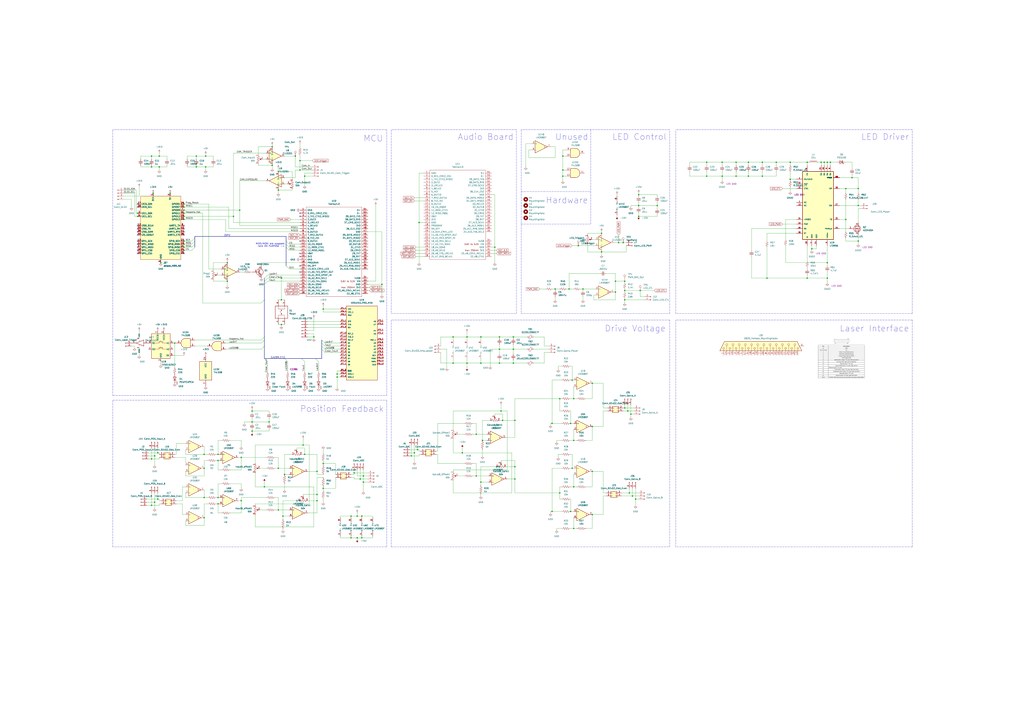
<source format=kicad_sch>
(kicad_sch (version 20211123) (generator eeschema)
  (paper "A1")
  (bus_alias "SPI" (members "SCK" "MOSI" "MISO" "CS"))
  (bus_alias "LAZ0R_CTL" (members "Veapons_Hot" "Laz0r?" "LAZOR!!!" "Fault" "Clear_Fault"))
  (junction (at 250.19 373.38))
  (junction (at 494.03 207.01))
  (junction (at 372.11 298.45))
  (junction (at 453.39 347.98))
  (junction (at 453.39 420.37))
  (junction (at 127 412.75))
  (junction (at 508 199.39))
  (junction (at 459.74 327.66))
  (junction (at 455.93 237.49))
  (junction (at 179.07 378.46))
  (junction (at 151.13 205.74))
  (junction (at 233.68 389.89))
  (junction (at 232.41 424.18))
  (junction (at 186.69 215.9))
  (junction (at 422.91 393.7))
  (junction (at 679.45 215.9))
  (junction (at 151.13 175.26))
  (junction (at 276.86 309.88))
  (junction (at 681.99 133.35))
  (junction (at 248.92 365.76))
  (junction (at 132.08 215.9))
  (junction (at 410.21 287.02))
  (junction (at 293.37 441.96))
  (junction (at 151.13 177.8))
  (junction (at 228.6 384.81))
  (junction (at 614.68 133.35))
  (junction (at 295.91 393.7))
  (junction (at 679.45 133.35))
  (junction (at 513.08 238.76))
  (junction (at 539.75 168.91))
  (junction (at 167.64 384.81))
  (junction (at 207.01 346.71))
  (junction (at 471.17 434.34))
  (junction (at 486.41 350.52))
  (junction (at 486.41 387.35))
  (junction (at 125.73 158.75))
  (junction (at 410.21 276.86))
  (junction (at 167.64 408.94))
  (junction (at 124.46 137.16))
  (junction (at 674.37 133.35))
  (junction (at 127 374.65))
  (junction (at 383.54 276.86))
  (junction (at 604.52 133.35))
  (junction (at 462.28 128.27))
  (junction (at 469.9 384.81))
  (junction (at 246.38 139.7))
  (junction (at 511.81 199.39))
  (junction (at 246.38 132.08))
  (junction (at 580.39 144.78))
  (junction (at 297.18 441.96))
  (junction (at 293.37 424.18))
  (junction (at 704.85 168.91))
  (junction (at 228.6 156.21))
  (junction (at 662.94 228.6))
  (junction (at 298.45 391.16))
  (junction (at 519.43 407.67))
  (junction (at 513.08 335.28))
  (junction (at 344.17 182.88))
  (junction (at 151.13 172.72))
  (junction (at 288.29 441.96))
  (junction (at 297.18 424.18))
  (junction (at 394.97 276.86))
  (junction (at 394.97 396.24))
  (junction (at 666.75 204.47))
  (junction (at 462.28 139.7))
  (junction (at 422.91 383.54))
  (junction (at 167.64 425.45))
  (junction (at 486.41 314.96))
  (junction (at 391.16 391.16))
  (junction (at 151.13 180.34))
  (junction (at 198.12 411.48))
  (junction (at 525.78 238.76))
  (junction (at 629.92 228.6))
  (junction (at 593.09 144.78))
  (junction (at 469.9 312.42))
  (junction (at 228.6 419.1))
  (junction (at 694.69 180.34))
  (junction (at 626.11 133.35))
  (junction (at 151.13 200.66))
  (junction (at 217.17 400.05))
  (junction (at 139.7 158.75))
  (junction (at 161.29 137.16))
  (junction (at 462.28 144.78))
  (junction (at 471.17 361.95))
  (junction (at 179.07 414.02))
  (junction (at 161.29 128.27))
  (junction (at 223.52 120.65))
  (junction (at 518.16 340.36))
  (junction (at 168.91 137.16))
  (junction (at 113.03 175.26))
  (junction (at 191.77 177.8))
  (junction (at 421.64 276.86))
  (junction (at 422.91 345.44))
  (junction (at 207.01 337.82))
  (junction (at 421.64 287.02))
  (junction (at 614.68 144.78))
  (junction (at 604.52 144.78))
  (junction (at 130.81 128.27))
  (junction (at 494.03 191.77))
  (junction (at 260.35 406.4))
  (junction (at 648.97 133.35))
  (junction (at 468.63 347.98))
  (junction (at 410.21 298.45))
  (junction (at 207.01 354.33))
  (junction (at 124.46 415.29))
  (junction (at 394.97 298.45))
  (junction (at 290.83 388.62))
  (junction (at 513.08 246.38))
  (junction (at 662.94 133.35))
  (junction (at 412.75 345.44))
  (junction (at 257.81 276.86))
  (junction (at 515.62 337.82))
  (junction (at 228.6 140.97))
  (junction (at 231.14 228.6))
  (junction (at 471.17 327.66))
  (junction (at 231.14 266.7))
  (junction (at 276.86 307.34))
  (junction (at 524.51 168.91))
  (junction (at 391.16 356.87))
  (junction (at 468.63 420.37))
  (junction (at 513.08 231.14))
  (junction (at 198.12 375.92))
  (junction (at 593.09 133.35))
  (junction (at 124.46 128.27))
  (junction (at 383.54 298.45))
  (junction (at 179.07 373.38))
  (junction (at 471.17 400.05))
  (junction (at 396.24 361.95))
  (junction (at 124.46 377.19))
  (junction (at 704.85 154.94))
  (junction (at 337.82 374.65))
  (junction (at 626.11 144.78))
  (junction (at 151.13 203.2))
  (junction (at 265.43 381))
  (junction (at 313.69 233.68))
  (junction (at 474.98 201.93))
  (junction (at 250.19 144.78))
  (junction (at 151.13 167.64))
  (junction (at 340.36 372.11))
  (junction (at 379.73 372.11))
  (junction (at 580.39 133.35))
  (junction (at 524.51 160.02))
  (junction (at 167.64 373.38))
  (junction (at 467.36 237.49))
  (junction (at 524.51 177.8))
  (junction (at 478.79 237.49))
  (junction (at 151.13 198.12))
  (junction (at 265.43 401.32))
  (junction (at 220.98 346.71))
  (junction (at 260.35 411.48))
  (junction (at 637.54 133.35))
  (junction (at 113.03 177.8))
  (junction (at 421.64 298.45))
  (junction (at 694.69 154.94))
  (junction (at 704.85 198.12))
  (junction (at 130.81 137.16))
  (junction (at 505.46 231.14))
  (junction (at 168.91 128.27))
  (junction (at 129.54 410.21))
  (junction (at 196.85 172.72))
  (junction (at 265.43 254))
  (junction (at 179.07 408.94))
  (junction (at 342.9 369.57))
  (junction (at 129.54 372.11))
  (junction (at 288.29 424.18))
  (junction (at 186.69 231.14))
  (junction (at 298.45 396.24))
  (junction (at 648.97 147.32))
  (junction (at 231.14 246.38))
  (junction (at 372.11 276.86))
  (junction (at 699.77 146.05))
  (junction (at 676.91 133.35))
  (junction (at 151.13 170.18))
  (junction (at 679.45 228.6))
  (junction (at 223.52 135.89))
  (junction (at 521.97 410.21))
  (junction (at 143.51 281.94))
  (junction (at 260.35 387.35))
  (junction (at 459.74 405.13))
  (junction (at 505.46 240.03))
  (junction (at 406.4 203.2))
  (junction (at 486.41 422.91))
  (junction (at 411.48 337.82))
  (junction (at 516.89 405.13))
  (junction (at 242.57 128.27))
  (no_connect (at 246.38 175.26))
  (no_connect (at 246.38 177.8))
  (no_connect (at 113.03 190.5))
  (no_connect (at 113.03 193.04))
  (no_connect (at 113.03 185.42))
  (no_connect (at 113.03 187.96))
  (no_connect (at 246.38 218.44))
  (no_connect (at 246.38 210.82))
  (no_connect (at 246.38 208.28))
  (no_connect (at 246.38 223.52))
  (no_connect (at 151.13 190.5))
  (no_connect (at 151.13 193.04))
  (no_connect (at 151.13 185.42))
  (no_connect (at 151.13 187.96))
  (no_connect (at 246.38 198.12))
  (no_connect (at 113.03 208.28))
  (no_connect (at 113.03 205.74))
  (no_connect (at 113.03 200.66))
  (no_connect (at 151.13 208.28))
  (no_connect (at 113.03 198.12))
  (no_connect (at 113.03 203.2))
  (no_connect (at 113.03 170.18))
  (no_connect (at 113.03 167.64))
  (bus_entry (at 217.17 276.86) (size -2.54 2.54))
  (bus_entry (at 234.95 198.12) (size 2.54 2.54))
  (bus_entry (at 217.17 233.68) (size 2.54 -2.54))
  (bus_entry (at 234.95 218.44) (size 2.54 2.54))
  (bus_entry (at 217.17 294.64) (size 2.54 2.54))
  (bus_entry (at 234.95 203.2) (size 2.54 2.54))
  (bus_entry (at 217.17 279.4) (size -2.54 2.54))
  (bus_entry (at 264.16 284.48) (size 2.54 2.54))
  (bus_entry (at 217.17 284.48) (size -2.54 2.54))
  (bus_entry (at 264.16 287.02) (size 2.54 2.54))
  (bus_entry (at 160.02 195.58) (size -2.54 2.54))
  (bus_entry (at 160.02 203.2) (size -2.54 2.54))
  (bus_entry (at 217.17 231.14) (size 2.54 -2.54))
  (bus_entry (at 160.02 198.12) (size -2.54 2.54))
  (bus_entry (at 264.16 281.94) (size 2.54 2.54))
  (bus_entry (at 217.17 228.6) (size 2.54 -2.54))
  (bus_entry (at 233.68 294.64) (size 2.54 2.54))
  (bus_entry (at 217.17 246.38) (size -2.54 2.54))
  (bus_entry (at 234.95 200.66) (size 2.54 2.54))
  (bus_entry (at 160.02 200.66) (size -2.54 2.54))
  (bus_entry (at 264.16 279.4) (size 2.54 2.54))
  (bus_entry (at 247.65 294.64) (size 2.54 2.54))
  (bus_entry (at 259.08 294.64) (size 2.54 2.54))
  (wire (pts (xy 383.54 273.05) (xy 383.54 276.86)))
  (wire (pts (xy 166.37 248.92) (xy 214.63 248.92)))
  (wire (pts (xy 151.13 200.66) (xy 157.48 200.66)))
  (wire (pts (xy 257.81 276.86) (xy 257.81 278.13)))
  (wire (pts (xy 383.54 279.4) (xy 383.54 276.86)))
  (wire (pts (xy 265.43 381) (xy 265.43 382.27)))
  (wire (pts (xy 196.85 172.72) (xy 196.85 185.42)))
  (wire (pts (xy 252.73 411.48) (xy 260.35 411.48)))
  (polyline (pts (xy 317.5 449.58) (xy 92.71 449.58)))
  (wire (pts (xy 422.91 393.7) (xy 422.91 383.54)))
  (wire (pts (xy 524.51 175.26) (xy 524.51 177.8)))
  (wire (pts (xy 654.05 187.96) (xy 617.22 187.96)))
  (wire (pts (xy 524.51 166.37) (xy 524.51 168.91)))
  (wire (pts (xy 406.4 203.2) (xy 406.4 215.9)))
  (wire (pts (xy 344.17 142.24) (xy 344.17 182.88)))
  (wire (pts (xy 524.51 168.91) (xy 539.75 168.91)))
  (wire (pts (xy 212.09 120.65) (xy 223.52 120.65)))
  (wire (pts (xy 421.64 298.45) (xy 421.64 295.91)))
  (wire (pts (xy 129.54 410.21) (xy 130.81 410.21)))
  (wire (pts (xy 124.46 415.29) (xy 130.81 415.29)))
  (wire (pts (xy 539.75 176.53) (xy 539.75 177.8)))
  (wire (pts (xy 254 365.76) (xy 248.92 365.76)))
  (wire (pts (xy 137.16 128.27) (xy 137.16 130.81)))
  (wire (pts (xy 486.41 387.35) (xy 486.41 400.05)))
  (wire (pts (xy 539.75 166.37) (xy 539.75 168.91)))
  (wire (pts (xy 177.8 414.02) (xy 179.07 414.02)))
  (wire (pts (xy 252.73 271.78) (xy 257.81 271.78)))
  (wire (pts (xy 471.17 425.45) (xy 471.17 434.34)))
  (wire (pts (xy 237.49 200.66) (xy 246.38 200.66)))
  (wire (pts (xy 212.09 127) (xy 212.09 120.65)))
  (wire (pts (xy 153.67 128.27) (xy 161.29 128.27)))
  (wire (pts (xy 279.4 424.18) (xy 279.4 425.45)))
  (wire (pts (xy 394.97 396.24) (xy 394.97 398.78)))
  (wire (pts (xy 662.94 228.6) (xy 679.45 228.6)))
  (wire (pts (xy 515.62 332.74) (xy 515.62 337.82)))
  (wire (pts (xy 694.69 180.34) (xy 694.69 190.5)))
  (wire (pts (xy 212.09 135.89) (xy 212.09 134.62)))
  (wire (pts (xy 250.19 373.38) (xy 260.35 373.38)))
  (wire (pts (xy 694.69 154.94) (xy 694.69 158.75)))
  (wire (pts (xy 359.41 347.98) (xy 359.41 370.84)))
  (wire (pts (xy 358.14 373.38) (xy 359.41 373.38)))
  (bus (pts (xy 264.16 279.4) (xy 264.16 281.94)))
  (wire (pts (xy 246.38 132.08) (xy 246.38 139.7)))
  (wire (pts (xy 410.21 276.86) (xy 410.21 278.13)))
  (wire (pts (xy 115.57 128.27) (xy 124.46 128.27)))
  (polyline (pts (xy 554.99 449.58) (xy 554.99 262.89)))
  (wire (pts (xy 101.6 161.29) (xy 114.3 161.29)))
  (wire (pts (xy 250.19 144.78) (xy 250.19 152.4)))
  (wire (pts (xy 478.79 237.49) (xy 478.79 238.76)))
  (wire (pts (xy 461.01 337.82) (xy 459.74 337.82)))
  (wire (pts (xy 233.68 373.38) (xy 233.68 389.89)))
  (wire (pts (xy 704.85 168.91) (xy 707.39 168.91)))
  (bus (pts (xy 264.16 281.94) (xy 264.16 284.48)))
  (wire (pts (xy 151.13 175.26) (xy 166.37 175.26)))
  (wire (pts (xy 457.2 434.34) (xy 457.2 435.61)))
  (wire (pts (xy 101.6 156.21) (xy 111.76 156.21)))
  (wire (pts (xy 452.12 347.98) (xy 453.39 347.98)))
  (wire (pts (xy 471.17 434.34) (xy 473.71 434.34)))
  (wire (pts (xy 508 193.04) (xy 508 199.39)))
  (wire (pts (xy 699.77 133.35) (xy 699.77 138.43)))
  (wire (pts (xy 177.8 378.46) (xy 179.07 378.46)))
  (wire (pts (xy 153.67 135.89) (xy 153.67 137.16)))
  (wire (pts (xy 455.93 237.49) (xy 459.74 237.49)))
  (wire (pts (xy 513.08 238.76) (xy 513.08 240.03)))
  (wire (pts (xy 524.51 158.75) (xy 524.51 160.02)))
  (wire (pts (xy 637.54 133.35) (xy 626.11 133.35)))
  (wire (pts (xy 143.51 373.38) (xy 144.78 373.38)))
  (wire (pts (xy 379.73 368.3) (xy 379.73 372.11)))
  (wire (pts (xy 461.01 300.99) (xy 458.47 300.99)))
  (wire (pts (xy 434.34 123.19) (xy 434.34 129.54)))
  (wire (pts (xy 452.12 120.65) (xy 455.93 120.65)))
  (wire (pts (xy 130.81 377.19) (xy 130.81 375.92)))
  (wire (pts (xy 114.3 153.67) (xy 114.3 161.29)))
  (wire (pts (xy 514.35 207.01) (xy 494.03 207.01)))
  (wire (pts (xy 144.78 414.02) (xy 149.86 414.02)))
  (wire (pts (xy 469.9 384.81) (xy 471.17 384.81)))
  (wire (pts (xy 436.88 118.11) (xy 431.8 118.11)))
  (wire (pts (xy 231.14 228.6) (xy 231.14 246.38)))
  (wire (pts (xy 232.41 424.18) (xy 232.41 426.72)))
  (wire (pts (xy 648.97 133.35) (xy 637.54 133.35)))
  (wire (pts (xy 181.61 397.51) (xy 179.07 397.51)))
  (wire (pts (xy 242.57 146.05) (xy 242.57 139.7)))
  (wire (pts (xy 214.63 215.9) (xy 214.63 218.44)))
  (wire (pts (xy 482.6 191.77) (xy 494.03 191.77)))
  (wire (pts (xy 689.61 168.91) (xy 704.85 168.91)))
  (wire (pts (xy 462.28 144.78) (xy 462.28 139.7)))
  (wire (pts (xy 505.46 240.03) (xy 505.46 231.14)))
  (wire (pts (xy 151.13 177.8) (xy 191.77 177.8)))
  (wire (pts (xy 266.7 289.56) (xy 279.4 289.56)))
  (wire (pts (xy 471.17 361.95) (xy 473.71 361.95)))
  (wire (pts (xy 215.9 130.81) (xy 218.44 130.81)))
  (wire (pts (xy 674.37 133.35) (xy 676.91 133.35)))
  (wire (pts (xy 219.71 228.6) (xy 231.14 228.6)))
  (wire (pts (xy 237.49 220.98) (xy 246.38 220.98)))
  (wire (pts (xy 167.64 367.03) (xy 167.64 373.38)))
  (wire (pts (xy 297.18 424.18) (xy 293.37 424.18)))
  (wire (pts (xy 341.63 203.2) (xy 347.98 203.2)))
  (wire (pts (xy 580.39 133.35) (xy 593.09 133.35)))
  (wire (pts (xy 478.79 243.84) (xy 478.79 246.38)))
  (wire (pts (xy 293.37 441.96) (xy 293.37 443.23)))
  (wire (pts (xy 152.4 373.38) (xy 167.64 373.38)))
  (wire (pts (xy 340.36 372.11) (xy 340.36 379.73)))
  (wire (pts (xy 171.45 220.98) (xy 181.61 220.98)))
  (wire (pts (xy 237.49 205.74) (xy 246.38 205.74)))
  (wire (pts (xy 167.64 373.38) (xy 170.18 373.38)))
  (wire (pts (xy 228.6 246.38) (xy 231.14 246.38)))
  (wire (pts (xy 290.83 393.7) (xy 295.91 393.7)))
  (wire (pts (xy 486.41 327.66) (xy 481.33 327.66)))
  (wire (pts (xy 410.21 283.21) (xy 410.21 287.02)))
  (wire (pts (xy 662.94 133.35) (xy 664.21 133.35)))
  (wire (pts (xy 443.23 237.49) (xy 448.31 237.49)))
  (wire (pts (xy 127 368.3) (xy 127 374.65)))
  (wire (pts (xy 614.68 144.78) (xy 604.52 144.78)))
  (wire (pts (xy 228.6 419.1) (xy 237.49 419.1)))
  (wire (pts (xy 137.16 135.89) (xy 137.16 137.16)))
  (wire (pts (xy 511.81 337.82) (xy 515.62 337.82)))
  (wire (pts (xy 372.11 337.82) (xy 372.11 353.06)))
  (wire (pts (xy 231.14 266.7) (xy 233.68 266.7)))
  (wire (pts (xy 167.64 431.8) (xy 167.64 425.45)))
  (wire (pts (xy 185.42 180.34) (xy 185.42 190.5)))
  (wire (pts (xy 468.63 400.05) (xy 471.17 400.05)))
  (wire (pts (xy 415.29 383.54) (xy 422.91 383.54)))
  (wire (pts (xy 130.81 414.02) (xy 130.81 415.29)))
  (wire (pts (xy 344.17 373.38) (xy 344.17 374.65)))
  (wire (pts (xy 593.09 144.78) (xy 593.09 148.59)))
  (wire (pts (xy 468.63 410.21) (xy 468.63 420.37)))
  (wire (pts (xy 171.45 167.64) (xy 171.45 220.98)))
  (wire (pts (xy 166.37 248.92) (xy 166.37 175.26)))
  (wire (pts (xy 336.55 372.11) (xy 340.36 372.11)))
  (wire (pts (xy 220.98 337.82) (xy 220.98 339.09)))
  (wire (pts (xy 297.18 424.18) (xy 297.18 425.45)))
  (wire (pts (xy 233.68 389.89) (xy 237.49 389.89)))
  (wire (pts (xy 245.11 411.48) (xy 232.41 411.48)))
  (wire (pts (xy 699.77 143.51) (xy 699.77 146.05)))
  (polyline (pts (xy 427.99 257.81) (xy 549.91 257.81)))
  (wire (pts (xy 629.92 203.2) (xy 629.92 228.6)))
  (wire (pts (xy 394.97 396.24) (xy 401.32 396.24)))
  (wire (pts (xy 654.05 191.77) (xy 629.92 191.77)))
  (wire (pts (xy 276.86 304.8) (xy 279.4 304.8)))
  (wire (pts (xy 248.92 407.67) (xy 248.92 406.4)))
  (polyline (pts (xy 317.5 328.93) (xy 317.5 449.58)))
  (wire (pts (xy 469.9 373.38) (xy 469.9 384.81)))
  (wire (pts (xy 151.13 205.74) (xy 157.48 205.74)))
  (wire (pts (xy 513.08 231.14) (xy 513.08 232.41)))
  (wire (pts (xy 344.17 370.84) (xy 344.17 369.57)))
  (polyline (pts (xy 749.3 257.81) (xy 554.99 257.81)))
  (wire (pts (xy 681.99 133.35) (xy 687.07 133.35)))
  (wire (pts (xy 524.51 407.67) (xy 519.43 407.67)))
  (wire (pts (xy 228.6 156.21) (xy 240.03 156.21)))
  (wire (pts (xy 495.3 422.91) (xy 486.41 422.91)))
  (wire (pts (xy 297.18 441.96) (xy 293.37 441.96)))
  (wire (pts (xy 704.85 163.83) (xy 704.85 168.91)))
  (wire (pts (xy 504.19 240.03) (xy 505.46 240.03)))
  (wire (pts (xy 276.86 309.88) (xy 279.4 309.88)))
  (wire (pts (xy 293.37 424.18) (xy 288.29 424.18)))
  (wire (pts (xy 114.3 271.78) (xy 114.3 278.13)))
  (wire (pts (xy 175.26 137.16) (xy 168.91 137.16)))
  (wire (pts (xy 361.95 298.45) (xy 372.11 298.45)))
  (wire (pts (xy 604.52 133.35) (xy 604.52 135.89)))
  (wire (pts (xy 345.44 370.84) (xy 344.17 370.84)))
  (wire (pts (xy 250.19 368.3) (xy 250.19 373.38)))
  (wire (pts (xy 410.21 345.44) (xy 412.75 345.44)))
  (wire (pts (xy 231.14 228.6) (xy 246.38 228.6)))
  (wire (pts (xy 237.49 203.2) (xy 246.38 203.2)))
  (wire (pts (xy 495.3 387.35) (xy 495.3 405.13)))
  (wire (pts (xy 407.67 383.54) (xy 394.97 383.54)))
  (wire (pts (xy 149.86 414.02) (xy 149.86 422.91)))
  (wire (pts (xy 209.55 400.05) (xy 217.17 400.05)))
  (wire (pts (xy 513.08 238.76) (xy 525.78 238.76)))
  (wire (pts (xy 525.78 238.76) (xy 525.78 243.84)))
  (wire (pts (xy 179.07 421.64) (xy 179.07 414.02)))
  (wire (pts (xy 298.45 396.24) (xy 302.26 396.24)))
  (wire (pts (xy 411.48 378.46) (xy 422.91 378.46)))
  (wire (pts (xy 468.63 434.34) (xy 471.17 434.34)))
  (wire (pts (xy 372.11 372.11) (xy 372.11 360.68)))
  (wire (pts (xy 113.03 177.8) (xy 110.49 177.8)))
  (polyline (pts (xy 485.14 106.68) (xy 485.14 157.48)))
  (wire (pts (xy 179.07 397.51) (xy 179.07 408.94)))
  (wire (pts (xy 666.75 204.47) (xy 666.75 205.74)))
  (wire (pts (xy 403.86 203.2) (xy 406.4 203.2)))
  (polyline (pts (xy 554.99 257.81) (xy 554.99 106.68)))
  (bus (pts (xy 160.02 195.58) (xy 160.02 198.12)))
  (wire (pts (xy 666.75 204.47) (xy 670.56 204.47)))
  (wire (pts (xy 394.97 383.54) (xy 394.97 396.24)))
  (wire (pts (xy 167.64 384.81) (xy 167.64 378.46)))
  (wire (pts (xy 248.92 365.76) (xy 209.55 365.76)))
  (wire (pts (xy 151.13 167.64) (xy 171.45 167.64)))
  (wire (pts (xy 410.21 276.86) (xy 421.64 276.86)))
  (wire (pts (xy 228.6 375.92) (xy 228.6 384.81)))
  (wire (pts (xy 694.69 195.58) (xy 694.69 198.12)))
  (wire (pts (xy 115.57 137.16) (xy 124.46 137.16)))
  (wire (pts (xy 219.71 297.18) (xy 219.71 306.07)))
  (bus (pts (xy 259.08 294.64) (xy 264.16 294.64)))
  (wire (pts (xy 662.94 219.71) (xy 662.94 220.98)))
  (wire (pts (xy 482.6 207.01) (xy 482.6 200.66)))
  (wire (pts (xy 518.16 340.36) (xy 518.16 342.9)))
  (wire (pts (xy 185.42 287.02) (xy 214.63 287.02)))
  (polyline (pts (xy 317.5 325.12) (xy 317.5 106.68)))
  (wire (pts (xy 495.3 335.28) (xy 495.3 314.96)))
  (wire (pts (xy 468.63 347.98) (xy 471.17 347.98)))
  (wire (pts (xy 143.51 281.94) (xy 144.78 281.94)))
  (wire (pts (xy 209.55 365.76) (xy 209.55 381)))
  (wire (pts (xy 279.4 256.54) (xy 265.43 256.54)))
  (wire (pts (xy 379.73 372.11) (xy 420.37 372.11)))
  (wire (pts (xy 198.12 361.95) (xy 198.12 367.03)))
  (wire (pts (xy 260.35 392.43) (xy 265.43 392.43)))
  (wire (pts (xy 152.4 375.92) (xy 152.4 382.27)))
  (wire (pts (xy 410.21 287.02) (xy 421.64 287.02)))
  (wire (pts (xy 614.68 133.35) (xy 614.68 135.89)))
  (wire (pts (xy 455.93 129.54) (xy 455.93 120.65)))
  (wire (pts (xy 406.4 340.36) (xy 412.75 340.36)))
  (wire (pts (xy 246.38 132.08) (xy 256.54 132.08)))
  (wire (pts (xy 342.9 365.76) (xy 342.9 369.57)))
  (wire (pts (xy 306.07 425.45) (xy 306.07 424.18)))
  (wire (pts (xy 302.26 190.5) (xy 313.69 190.5)))
  (wire (pts (xy 242.57 128.27) (xy 233.68 128.27)))
  (wire (pts (xy 521.97 401.32) (xy 521.97 410.21)))
  (wire (pts (xy 130.81 373.38) (xy 130.81 372.11)))
  (wire (pts (xy 243.84 368.3) (xy 250.19 368.3)))
  (wire (pts (xy 453.39 420.37) (xy 461.01 420.37)))
  (wire (pts (xy 447.04 284.48) (xy 450.85 284.48)))
  (wire (pts (xy 486.41 350.52) (xy 486.41 361.95)))
  (wire (pts (xy 275.59 401.32) (xy 275.59 392.43)))
  (wire (pts (xy 495.3 337.82) (xy 499.11 337.82)))
  (wire (pts (xy 181.61 361.95) (xy 179.07 361.95)))
  (wire (pts (xy 276.86 307.34) (xy 276.86 304.8)))
  (wire (pts (xy 132.08 297.18) (xy 132.08 299.72)))
  (wire (pts (xy 372.11 372.11) (xy 379.73 372.11)))
  (wire (pts (xy 207.01 336.55) (xy 207.01 337.82)))
  (wire (pts (xy 674.37 133.35) (xy 674.37 135.89)))
  (wire (pts (xy 394.97 406.4) (xy 394.97 407.67)))
  (wire (pts (xy 457.2 434.34) (xy 461.01 434.34)))
  (wire (pts (xy 223.52 135.89) (xy 212.09 135.89)))
  (wire (pts (xy 394.97 279.4) (xy 394.97 276.86)))
  (wire (pts (xy 372.11 405.13) (xy 420.37 405.13)))
  (polyline (pts (xy 317.5 106.68) (xy 92.71 106.68)))
  (wire (pts (xy 290.83 386.08) (xy 290.83 388.62)))
  (wire (pts (xy 161.29 128.27) (xy 168.91 128.27)))
  (wire (pts (xy 422.91 327.66) (xy 459.74 327.66)))
  (wire (pts (xy 604.52 133.35) (xy 593.09 133.35)))
  (wire (pts (xy 250.19 142.24) (xy 250.19 144.78)))
  (wire (pts (xy 168.91 137.16) (xy 161.29 137.16)))
  (wire (pts (xy 462.28 128.27) (xy 462.28 123.19)))
  (wire (pts (xy 209.55 414.02) (xy 254 414.02)))
  (wire (pts (xy 228.6 375.92) (xy 226.06 375.92)))
  (polyline (pts (xy 427.99 157.48) (xy 485.14 157.48)))
  (wire (pts (xy 261.62 297.18) (xy 261.62 306.07)))
  (wire (pts (xy 175.26 215.9) (xy 186.69 215.9)))
  (wire (pts (xy 420.37 405.13) (xy 420.37 372.11)))
  (wire (pts (xy 486.41 387.35) (xy 495.3 387.35)))
  (wire (pts (xy 372.11 294.64) (xy 372.11 298.45)))
  (wire (pts (xy 468.63 337.82) (xy 468.63 347.98)))
  (wire (pts (xy 114.3 285.75) (xy 114.3 292.1)))
  (wire (pts (xy 260.35 406.4) (xy 260.35 411.48)))
  (wire (pts (xy 337.82 374.65) (xy 344.17 374.65)))
  (wire (pts (xy 179.07 408.94) (xy 180.34 408.94)))
  (wire (pts (xy 406.4 341.63) (xy 406.4 340.36)))
  (wire (pts (xy 232.41 411.48) (xy 232.41 424.18)))
  (wire (pts (xy 459.74 327.66) (xy 461.01 327.66)))
  (wire (pts (xy 161.29 130.81) (xy 161.29 128.27)))
  (wire (pts (xy 516.89 401.32) (xy 516.89 405.13)))
  (bus (pts (xy 234.95 200.66) (xy 234.95 203.2)))
  (wire (pts (xy 457.2 361.95) (xy 461.01 361.95)))
  (wire (pts (xy 101.6 163.83) (xy 107.95 163.83)))
  (wire (pts (xy 648.97 147.32) (xy 654.05 147.32)))
  (wire (pts (xy 257.81 274.32) (xy 257.81 276.86)))
  (polyline (pts (xy 549.91 449.58) (xy 549.91 262.89)))
  (wire (pts (xy 626.11 133.35) (xy 614.68 133.35)))
  (wire (pts (xy 518.16 170.18) (xy 518.16 168.91)))
  (wire (pts (xy 265.43 254) (xy 279.4 254)))
  (wire (pts (xy 167.64 408.94) (xy 167.64 402.59)))
  (wire (pts (xy 452.12 421.64) (xy 452.12 420.37)))
  (wire (pts (xy 189.23 421.64) (xy 198.12 421.64)))
  (wire (pts (xy 467.36 237.49) (xy 467.36 224.79)))
  (wire (pts (xy 666.75 201.93) (xy 666.75 204.47)))
  (wire (pts (xy 539.75 160.02) (xy 539.75 161.29)))
  (wire (pts (xy 340.36 165.1) (xy 347.98 165.1)))
  (wire (pts (xy 524.51 160.02) (xy 539.75 160.02)))
  (wire (pts (xy 468.63 361.95) (xy 471.17 361.95)))
  (wire (pts (xy 367.03 287.02) (xy 367.03 302.26)))
  (wire (pts (xy 383.54 276.86) (xy 394.97 276.86)))
  (wire (pts (xy 372.11 386.08) (xy 372.11 387.35)))
  (wire (pts (xy 252.73 269.24) (xy 279.4 269.24)))
  (wire (pts (xy 486.41 314.96) (xy 486.41 327.66)))
  (wire (pts (xy 341.63 210.82) (xy 347.98 210.82)))
  (wire (pts (xy 191.77 125.73) (xy 191.77 177.8)))
  (wire (pts (xy 232.41 434.34) (xy 232.41 435.61)))
  (wire (pts (xy 302.26 231.14) (xy 308.61 231.14)))
  (wire (pts (xy 265.43 256.54) (xy 265.43 254)))
  (wire (pts (xy 467.36 224.79) (xy 492.76 224.79)))
  (wire (pts (xy 524.51 160.02) (xy 524.51 161.29)))
  (wire (pts (xy 453.39 347.98) (xy 461.01 347.98)))
  (wire (pts (xy 228.6 138.43) (xy 228.6 140.97)))
  (polyline (pts (xy 92.71 325.12) (xy 317.5 325.12)))
  (wire (pts (xy 152.4 408.94) (xy 167.64 408.94)))
  (wire (pts (xy 276.86 307.34) (xy 279.4 307.34)))
  (wire (pts (xy 302.26 388.62) (xy 290.83 388.62)))
  (wire (pts (xy 214.63 215.9) (xy 246.38 215.9)))
  (wire (pts (xy 471.17 389.89) (xy 471.17 400.05)))
  (wire (pts (xy 218.44 125.73) (xy 191.77 125.73)))
  (wire (pts (xy 207.01 354.33) (xy 220.98 354.33)))
  (wire (pts (xy 107.95 163.83) (xy 107.95 170.18)))
  (wire (pts (xy 513.08 246.38) (xy 513.08 248.92)))
  (wire (pts (xy 604.52 140.97) (xy 604.52 144.78)))
  (wire (pts (xy 223.52 135.89) (xy 223.52 138.43)))
  (bus (pts (xy 234.95 194.31) (xy 160.02 194.31)))
  (wire (pts (xy 240.03 373.38) (xy 233.68 373.38)))
  (wire (pts (xy 510.54 407.67) (xy 519.43 407.67)))
  (wire (pts (xy 662.94 135.89) (xy 662.94 133.35)))
  (polyline (pts (xy 485.14 157.48) (xy 485.14 184.15)))
  (wire (pts (xy 248.92 406.4) (xy 260.35 406.4)))
  (wire (pts (xy 495.3 407.67) (xy 495.3 422.91)))
  (wire (pts (xy 130.81 410.21) (xy 130.81 411.48)))
  (wire (pts (xy 298.45 391.16) (xy 298.45 396.24)))
  (wire (pts (xy 209.55 422.91) (xy 209.55 433.07)))
  (wire (pts (xy 130.81 137.16) (xy 137.16 137.16)))
  (wire (pts (xy 372.11 386.08) (xy 416.56 386.08)))
  (wire (pts (xy 185.42 281.94) (xy 214.63 281.94)))
  (wire (pts (xy 676.91 133.35) (xy 679.45 133.35)))
  (wire (pts (xy 186.69 214.63) (xy 186.69 215.9)))
  (wire (pts (xy 336.55 374.65) (xy 337.82 374.65)))
  (wire (pts (xy 617.22 228.6) (xy 629.92 228.6)))
  (wire (pts (xy 167.64 408.94) (xy 170.18 408.94)))
  (wire (pts (xy 220.98 353.06) (xy 220.98 354.33)))
  (wire (pts (xy 223.52 119.38) (xy 223.52 120.65)))
  (polyline (pts (xy 92.71 106.68) (xy 92.71 325.12)))
  (wire (pts (xy 508 199.39) (xy 511.81 199.39)))
  (wire (pts (xy 167.64 391.16) (xy 167.64 384.81)))
  (wire (pts (xy 459.74 327.66) (xy 459.74 337.82)))
  (wire (pts (xy 293.37 421.64) (xy 293.37 424.18)))
  (wire (pts (xy 242.57 139.7) (xy 246.38 139.7)))
  (wire (pts (xy 431.8 118.11) (xy 431.8 137.16)))
  (wire (pts (xy 447.04 289.56) (xy 447.04 298.45)))
  (wire (pts (xy 518.16 168.91) (xy 524.51 168.91)))
  (wire (pts (xy 207.01 337.82) (xy 220.98 337.82)))
  (wire (pts (xy 129.54 372.11) (xy 130.81 372.11)))
  (wire (pts (xy 113.03 175.26) (xy 111.76 175.26)))
  (bus (pts (xy 234.95 198.12) (xy 234.95 194.31)))
  (wire (pts (xy 151.13 198.12) (xy 157.48 198.12)))
  (wire (pts (xy 293.37 391.16) (xy 298.45 391.16)))
  (wire (pts (xy 233.68 146.05) (xy 242.57 146.05)))
  (wire (pts (xy 130.81 137.16) (xy 130.81 139.7)))
  (wire (pts (xy 129.54 410.21) (xy 120.65 410.21)))
  (wire (pts (xy 288.29 441.96) (xy 279.4 441.96)))
  (wire (pts (xy 153.67 137.16) (xy 161.29 137.16)))
  (wire (pts (xy 476.25 237.49) (xy 478.79 237.49)))
  (wire (pts (xy 257.81 271.78) (xy 257.81 261.62)))
  (wire (pts (xy 433.07 298.45) (xy 421.64 298.45)))
  (wire (pts (xy 422.91 359.41) (xy 422.91 345.44)))
  (wire (pts (xy 336.55 369.57) (xy 342.9 369.57)))
  (wire (pts (xy 276.86 309.88) (xy 276.86 307.34)))
  (wire (pts (xy 383.54 298.45) (xy 383.54 302.26)))
  (wire (pts (xy 617.22 187.96) (xy 617.22 205.74)))
  (wire (pts (xy 494.03 207.01) (xy 494.03 209.55)))
  (wire (pts (xy 265.43 410.21) (xy 265.43 412.75)))
  (wire (pts (xy 679.45 133.35) (xy 681.99 133.35)))
  (wire (pts (xy 308.61 168.91) (xy 308.61 231.14)))
  (wire (pts (xy 196.85 148.59) (xy 196.85 172.72)))
  (wire (pts (xy 111.76 156.21) (xy 111.76 175.26)))
  (wire (pts (xy 257.81 433.07) (xy 257.81 400.05)))
  (wire (pts (xy 497.84 407.67) (xy 495.3 407.67)))
  (wire (pts (xy 132.08 414.02) (xy 130.81 414.02)))
  (wire (pts (xy 115.57 135.89) (xy 115.57 137.16)))
  (wire (pts (xy 344.17 142.24) (xy 347.98 142.24)))
  (wire (pts (xy 411.48 337.82) (xy 372.11 337.82)))
  (bus (pts (xy 217.17 231.14) (xy 217.17 228.6)))
  (wire (pts (xy 198.12 397.51) (xy 189.23 397.51)))
  (wire (pts (xy 383.54 294.64) (xy 383.54 298.45)))
  (wire (pts (xy 198.12 411.48) (xy 198.12 421.64)))
  (wire (pts (xy 629.92 191.77) (xy 629.92 198.12)))
  (wire (pts (xy 130.81 125.73) (xy 130.81 128.27)))
  (polyline (pts (xy 424.18 106.68) (xy 321.31 106.68)))
  (wire (pts (xy 524.51 168.91) (xy 524.51 170.18)))
  (bus (pts (xy 217.17 276.86) (xy 217.17 279.4)))
  (wire (pts (xy 313.69 233.68) (xy 302.26 233.68)))
  (wire (pts (xy 179.07 361.95) (xy 179.07 373.38)))
  (wire (pts (xy 228.6 140.97) (xy 240.03 140.97)))
  (wire (pts (xy 394.97 298.45) (xy 410.21 298.45)))
  (wire (pts (xy 671.83 133.35) (xy 674.37 133.35)))
  (wire (pts (xy 142.24 281.94) (xy 143.51 281.94)))
  (wire (pts (xy 361.95 289.56) (xy 361.95 298.45)))
  (wire (pts (xy 681.99 133.35) (xy 681.99 135.89)))
  (wire (pts (xy 514.35 201.93) (xy 514.35 207.01)))
  (wire (pts (xy 228.6 408.94) (xy 228.6 419.1)))
  (wire (pts (xy 124.46 128.27) (xy 130.81 128.27)))
  (wire (pts (xy 566.42 140.97) (xy 566.42 144.78)))
  (wire (pts (xy 265.43 369.57) (xy 265.43 372.11)))
  (wire (pts (xy 152.4 405.13) (xy 152.4 408.94)))
  (wire (pts (xy 626.11 133.35) (xy 626.11 135.89)))
  (wire (pts (xy 394.97 276.86) (xy 410.21 276.86)))
  (wire (pts (xy 511.81 199.39) (xy 514.35 199.39)))
  (wire (pts (xy 152.4 387.35) (xy 152.4 391.16)))
  (wire (pts (xy 143.51 281.94) (xy 143.51 302.26)))
  (wire (pts (xy 458.47 373.38) (xy 458.47 375.92)))
  (wire (pts (xy 415.29 359.41) (xy 422.91 359.41)))
  (wire (pts (xy 372.11 276.86) (xy 361.95 276.86)))
  (wire (pts (xy 604.52 144.78) (xy 593.09 144.78)))
  (wire (pts (xy 179.07 226.06) (xy 181.61 226.06)))
  (wire (pts (xy 416.56 337.82) (xy 416.56 386.08)))
  (bus (pts (xy 217.17 233.68) (xy 217.17 231.14)))
  (wire (pts (xy 177.8 408.94) (xy 179.07 408.94)))
  (wire (pts (xy 340.36 365.76) (xy 340.36 372.11)))
  (wire (pts (xy 539.75 168.91) (xy 539.75 171.45)))
  (wire (pts (xy 648.97 147.32) (xy 648.97 148.59)))
  (wire (pts (xy 207.01 354.33) (xy 207.01 355.6)))
  (wire (pts (xy 152.4 391.16) (xy 167.64 391.16)))
  (wire (pts (xy 520.7 337.82) (xy 515.62 337.82)))
  (wire (pts (xy 130.81 411.48) (xy 132.08 411.48)))
  (wire (pts (xy 593.09 140.97) (xy 593.09 144.78)))
  (wire (pts (xy 416.56 337.82) (xy 411.48 337.82)))
  (wire (pts (xy 266.7 284.48) (xy 279.4 284.48)))
  (wire (pts (xy 124.46 135.89) (xy 124.46 137.16)))
  (wire (pts (xy 372.11 298.45) (xy 383.54 298.45)))
  (wire (pts (xy 217.17 400.05) (xy 257.81 400.05)))
  (wire (pts (xy 422.91 327.66) (xy 422.91 345.44)))
  (wire (pts (xy 645.16 180.34) (xy 645.16 196.85)))
  (wire (pts (xy 195.58 375.92) (xy 198.12 375.92)))
  (bus (pts (xy 234.95 203.2) (xy 234.95 218.44)))
  (wire (pts (xy 566.42 133.35) (xy 580.39 133.35)))
  (wire (pts (xy 275.59 381) (xy 275.59 389.89)))
  (wire (pts (xy 679.45 215.9) (xy 679.45 218.44)))
  (wire (pts (xy 198.12 375.92) (xy 218.44 375.92)))
  (wire (pts (xy 458.47 300.99) (xy 458.47 303.53)))
  (wire (pts (xy 410.21 298.45) (xy 421.64 298.45)))
  (wire (pts (xy 394.97 294.64) (xy 394.97 298.45)))
  (wire (pts (xy 205.74 223.52) (xy 207.01 223.52)))
  (wire (pts (xy 124.46 137.16) (xy 130.81 137.16)))
  (wire (pts (xy 462.28 139.7) (xy 462.28 128.27)))
  (wire (pts (xy 265.43 401.32) (xy 275.59 401.32)))
  (wire (pts (xy 260.35 387.35) (xy 260.35 373.38)))
  (wire (pts (xy 144.78 364.49) (xy 152.4 364.49)))
  (wire (pts (xy 471.17 400.05) (xy 473.71 400.05)))
  (wire (pts (xy 388.62 381) (xy 391.16 381)))
  (wire (pts (xy 422.91 405.13) (xy 459.74 405.13)))
  (wire (pts (xy 345.44 373.38) (xy 344.17 373.38)))
  (wire (pts (xy 144.78 364.49) (xy 144.78 373.38)))
  (wire (pts (xy 181.61 421.64) (xy 179.07 421.64)))
  (wire (pts (xy 505.46 224.79) (xy 497.84 224.79)))
  (wire (pts (xy 186.69 231.14) (xy 186.69 234.95)))
  (wire (pts (xy 486.41 196.85) (xy 488.95 196.85)))
  (wire (pts (xy 233.68 397.51) (xy 233.68 402.59)))
  (wire (pts (xy 375.92 391.16) (xy 381 391.16)))
  (wire (pts (xy 694.69 163.83) (xy 694.69 180.34)))
  (wire (pts (xy 513.08 332.74) (xy 513.08 335.28)))
  (wire (pts (xy 662.94 133.35) (xy 648.97 133.35)))
  (wire (pts (xy 516.89 405.13) (xy 524.51 405.13)))
  (wire (pts (xy 160.02 284.48) (xy 170.18 284.48)))
  (wire (pts (xy 513.08 237.49) (xy 513.08 238.76)))
  (wire (pts (xy 580.39 133.35) (xy 580.39 135.89)))
  (bus (pts (xy 217.17 233.68) (xy 217.17 246.38)))
  (wire (pts (xy 130.81 128.27) (xy 137.16 128.27)))
  (wire (pts (xy 151.13 172.72) (xy 196.85 172.72)))
  (polyline (pts (xy 427.99 184.15) (xy 485.14 184.15)))
  (wire (pts (xy 679.45 201.93) (xy 679.45 215.9)))
  (polyline (pts (xy 321.31 262.89) (xy 321.31 449.58)))
  (wire (pts (xy 525.78 243.84) (xy 529.59 243.84)))
  (wire (pts (xy 457.2 361.95) (xy 457.2 363.22)))
  (wire (pts (xy 447.04 298.45) (xy 438.15 298.45)))
  (wire (pts (xy 505.46 246.38) (xy 505.46 240.03)))
  (wire (pts (xy 433.07 276.86) (xy 421.64 276.86)))
  (wire (pts (xy 248.92 360.68) (xy 248.92 365.76)))
  (wire (pts (xy 396.24 345.44) (xy 396.24 361.95)))
  (wire (pts (xy 217.17 396.24) (xy 217.17 400.05)))
  (wire (pts (xy 593.09 133.35) (xy 593.09 135.89)))
  (wire (pts (xy 689.61 180.34) (xy 694.69 180.34)))
  (wire (pts (xy 120.65 412.75) (xy 127 412.75)))
  (wire (pts (xy 421.64 287.02) (xy 421.64 290.83)))
  (wire (pts (xy 648.97 140.97) (xy 648.97 147.32)))
  (wire (pts (xy 152.4 431.8) (xy 167.64 431.8)))
  (wire (pts (xy 704.85 193.04) (xy 704.85 198.12)))
  (wire (pts (xy 495.3 314.96) (xy 486.41 314.96)))
  (polyline (pts (xy 749.3 449.58) (xy 749.3 262.89)))
  (wire (pts (xy 459.74 405.13) (xy 459.74 410.21)))
  (wire (pts (xy 198.12 411.48) (xy 198.12 408.94)))
  (wire (pts (xy 175.26 135.89) (xy 175.26 137.16)))
  (wire (pts (xy 482.6 193.04) (xy 482.6 191.77)))
  (bus (pts (xy 247.65 294.64) (xy 259.08 294.64)))
  (wire (pts (xy 396.24 369.57) (xy 396.24 374.65)))
  (wire (pts (xy 313.69 233.68) (xy 313.69 242.57)))
  (wire (pts (xy 288.29 440.69) (xy 288.29 441.96)))
  (wire (pts (xy 406.4 160.02) (xy 406.4 203.2)))
  (wire (pts (xy 468.63 327.66) (xy 471.17 327.66)))
  (wire (pts (xy 181.61 386.08) (xy 179.07 386.08)))
  (wire (pts (xy 694.69 133.35) (xy 699.77 133.35)))
  (wire (pts (xy 471.17 353.06) (xy 471.17 361.95)))
  (wire (pts (xy 372.11 394.97) (xy 372.11 405.13)))
  (wire (pts (xy 513.08 229.87) (xy 513.08 231.14)))
  (wire (pts (xy 495.3 337.82) (xy 495.3 350.52)))
  (wire (pts (xy 185.42 190.5) (xy 246.38 190.5)))
  (wire (pts (xy 341.63 205.74) (xy 347.98 205.74)))
  (wire (pts (xy 226.06 384.81) (xy 228.6 384.81)))
  (polyline (pts (xy 749.3 257.81) (xy 749.3 106.68)))
  (polyline (pts (xy 549.91 106.68) (xy 427.99 106.68)))
  (wire (pts (xy 421.64 283.21) (xy 421.64 287.02)))
  (wire (pts (xy 704.85 154.94) (xy 704.85 158.75)))
  (wire (pts (xy 400.05 356.87) (xy 391.16 356.87)))
  (wire (pts (xy 266.7 287.02) (xy 279.4 287.02)))
  (wire (pts (xy 524.51 177.8) (xy 539.75 177.8)))
  (polyline (pts (xy 321.31 257.81) (xy 424.18 257.81)))
  (wire (pts (xy 186.69 231.14) (xy 175.26 231.14)))
  (wire (pts (xy 566.42 135.89) (xy 566.42 133.35)))
  (wire (pts (xy 468.63 420.37) (xy 471.17 420.37)))
  (wire (pts (xy 372.11 279.4) (xy 372.11 276.86)))
  (wire (pts (xy 288.29 392.43) (xy 290.83 392.43)))
  (wire (pts (xy 436.88 123.19) (xy 434.34 123.19)))
  (wire (pts (xy 422.91 378.46) (xy 422.91 383.54)))
  (wire (pts (xy 510.54 405.13) (xy 516.89 405.13)))
  (wire (pts (xy 252.73 387.35) (xy 260.35 387.35)))
  (bus (pts (xy 264.16 287.02) (xy 264.16 294.64)))
  (wire (pts (xy 220.98 346.71) (xy 220.98 344.17)))
  (wire (pts (xy 129.54 368.3) (xy 129.54 372.11)))
  (wire (pts (xy 459.74 400.05) (xy 459.74 405.13)))
  (wire (pts (xy 629.92 228.6) (xy 662.94 228.6)))
  (wire (pts (xy 198.12 361.95) (xy 189.23 361.95)))
  (wire (pts (xy 187.96 170.18) (xy 187.96 187.96)))
  (wire (pts (xy 127 374.65) (xy 127 382.27)))
  (wire (pts (xy 175.26 231.14) (xy 175.26 229.87)))
  (wire (pts (xy 670.56 201.93) (xy 670.56 204.47)))
  (wire (pts (xy 402.59 345.44) (xy 396.24 345.44)))
  (wire (pts (xy 410.21 287.02) (xy 410.21 290.83)))
  (wire (pts (xy 486.41 422.91) (xy 486.41 434.34)))
  (wire (pts (xy 240.03 140.97) (xy 240.03 147.32)))
  (wire (pts (xy 252.73 266.7) (xy 279.4 266.7)))
  (wire (pts (xy 121.92 377.19) (xy 124.46 377.19)))
  (wire (pts (xy 421.64 287.02) (xy 433.07 287.02)))
  (wire (pts (xy 143.51 375.92) (xy 152.4 375.92)))
  (wire (pts (xy 403.86 160.02) (xy 406.4 160.02)))
  (wire (pts (xy 167.64 414.02) (xy 167.64 425.45)))
  (wire (pts (xy 494.03 190.5) (xy 494.03 191.77)))
  (wire (pts (xy 121.92 372.11) (xy 129.54 372.11)))
  (wire (pts (xy 469.9 312.42) (xy 471.17 312.42)))
  (wire (pts (xy 488.95 242.57) (xy 487.68 242.57)))
  (wire (pts (xy 505.46 231.14) (xy 513.08 231.14)))
  (wire (pts (xy 447.04 276.86) (xy 447.04 284.48)))
  (wire (pts (xy 298.45 386.08) (xy 298.45 391.16)))
  (wire (pts (xy 124.46 377.19) (xy 130.81 377.19)))
  (polyline (pts (xy 424.18 257.81) (xy 424.18 106.68)))
  (bus (pts (xy 264.16 284.48) (xy 264.16 287.02)))
  (wire (pts (xy 219.71 231.14) (xy 246.38 231.14)))
  (wire (pts (xy 617.22 210.82) (xy 617.22 228.6)))
  (wire (pts (xy 265.43 381) (xy 275.59 381)))
  (wire (pts (xy 340.36 162.56) (xy 347.98 162.56)))
  (wire (pts (xy 236.22 297.18) (xy 236.22 306.07)))
  (wire (pts (xy 637.54 144.78) (xy 626.11 144.78)))
  (wire (pts (xy 238.76 180.34) (xy 246.38 180.34)))
  (wire (pts (xy 149.86 400.05) (xy 149.86 411.48)))
  (wire (pts (xy 198.12 375.92) (xy 198.12 386.08)))
  (bus (pts (xy 217.17 294.64) (xy 233.68 294.64)))
  (polyline (pts (xy 749.3 449.58) (xy 554.99 449.58)))
  (wire (pts (xy 179.07 378.46) (xy 180.34 378.46)))
  (wire (pts (xy 521.97 410.21) (xy 524.51 410.21)))
  (wire (pts (xy 648.97 153.67) (xy 648.97 157.48)))
  (wire (pts (xy 694.69 198.12) (xy 704.85 198.12)))
  (wire (pts (xy 388.62 356.87) (xy 391.16 356.87)))
  (wire (pts (xy 525.78 238.76) (xy 537.21 238.76)))
  (wire (pts (xy 250.19 297.18) (xy 250.19 306.07)))
  (wire (pts (xy 689.61 187.96) (xy 697.23 187.96)))
  (wire (pts (xy 662.94 226.06) (xy 662.94 228.6)))
  (wire (pts (xy 306.07 424.18) (xy 297.18 424.18)))
  (wire (pts (xy 648.97 133.35) (xy 648.97 135.89)))
  (wire (pts (xy 462.28 144.78) (xy 464.82 144.78)))
  (wire (pts (xy 452.12 420.37) (xy 453.39 420.37)))
  (wire (pts (xy 689.61 154.94) (xy 694.69 154.94)))
  (wire (pts (xy 124.46 368.3) (xy 124.46 377.19)))
  (wire (pts (xy 455.93 237.49) (xy 455.93 238.76)))
  (wire (pts (xy 279.4 441.96) (xy 279.4 440.69)))
  (wire (pts (xy 450.85 289.56) (xy 447.04 289.56)))
  (wire (pts (xy 266.7 281.94) (xy 279.4 281.94)))
  (wire (pts (xy 580.39 144.78) (xy 593.09 144.78)))
  (wire (pts (xy 411.48 332.74) (xy 411.48 337.82)))
  (wire (pts (xy 462.28 148.59) (xy 462.28 144.78)))
  (polyline (pts (xy 321.31 106.68) (xy 321.31 257.81)))
  (wire (pts (xy 213.36 419.1) (xy 218.44 419.1)))
  (wire (pts (xy 288.29 389.89) (xy 290.83 389.89)))
  (wire (pts (xy 265.43 254) (xy 265.43 251.46)))
  (wire (pts (xy 461.01 373.38) (xy 458.47 373.38)))
  (bus (pts (xy 217.17 279.4) (xy 217.17 284.48)))
  (polyline (pts (xy 427.99 106.68) (xy 427.99 257.81)))
  (wire (pts (xy 344.17 182.88) (xy 344.17 215.9)))
  (bus (pts (xy 217.17 246.38) (xy 217.17 276.86)))
  (wire (pts (xy 474.98 201.93) (xy 488.95 201.93)))
  (wire (pts (xy 626.11 140.97) (xy 626.11 144.78)))
  (wire (pts (xy 198.12 397.51) (xy 198.12 401.32)))
  (wire (pts (xy 642.62 154.94) (xy 654.05 154.94)))
  (wire (pts (xy 252.73 274.32) (xy 257.81 274.32)))
  (wire (pts (xy 504.19 199.39) (xy 508 199.39)))
  (wire (pts (xy 344.17 369.57) (xy 342.9 369.57)))
  (wire (pts (xy 265.43 400.05) (xy 265.43 401.32)))
  (wire (pts (xy 637.54 133.35) (xy 637.54 135.89)))
  (wire (pts (xy 295.91 386.08) (xy 295.91 393.7)))
  (polyline (pts (xy 92.71 449.58) (xy 92.71 328.93)))
  (wire (pts (xy 519.43 401.32) (xy 519.43 407.67)))
  (wire (pts (xy 434.34 129.54) (xy 455.93 129.54)))
  (wire (pts (xy 469.9 201.93) (xy 474.98 201.93)))
  (wire (pts (xy 495.3 405.13) (xy 497.84 405.13)))
  (wire (pts (xy 252.73 421.64) (xy 260.35 421.64)))
  (wire (pts (xy 614.68 133.35) (xy 604.52 133.35)))
  (wire (pts (xy 207.01 337.82) (xy 207.01 339.09)))
  (wire (pts (xy 151.13 170.18) (xy 187.96 170.18)))
  (polyline (pts (xy 92.71 328.93) (xy 317.5 328.93)))
  (wire (pts (xy 209.55 400.05) (xy 209.55 388.62)))
  (wire (pts (xy 198.12 408.94) (xy 218.44 408.94)))
  (wire (pts (xy 461.01 312.42) (xy 453.39 312.42)))
  (wire (pts (xy 614.68 140.97) (xy 614.68 144.78)))
  (bus (pts (xy 233.68 294.64) (xy 247.65 294.64)))
  (wire (pts (xy 209.55 433.07) (xy 257.81 433.07)))
  (wire (pts (xy 337.82 365.76) (xy 337.82 374.65)))
  (wire (pts (xy 115.57 130.81) (xy 115.57 128.27)))
  (wire (pts (xy 421.64 276.86) (xy 421.64 278.13)))
  (wire (pts (xy 260.35 421.64) (xy 260.35 411.48)))
  (wire (pts (xy 293.37 386.08) (xy 293.37 391.16)))
  (polyline (pts (xy 549.91 257.81) (xy 549.91 106.68)))
  (wire (pts (xy 252.73 276.86) (xy 257.81 276.86)))
  (wire (pts (xy 438.15 287.02) (xy 450.85 287.02)))
  (wire (pts (xy 495.3 350.52) (xy 486.41 350.52)))
  (wire (pts (xy 290.83 389.89) (xy 290.83 388.62)))
  (wire (pts (xy 233.68 151.13) (xy 236.22 151.13)))
  (wire (pts (xy 207.01 353.06) (xy 207.01 354.33)))
  (wire (pts (xy 161.29 135.89) (xy 161.29 137.16)))
  (wire (pts (xy 175.26 222.25) (xy 175.26 215.9)))
  (wire (pts (xy 468.63 384.81) (xy 469.9 384.81)))
  (wire (pts (xy 391.16 381) (xy 391.16 391.16)))
  (wire (pts (xy 302.26 393.7) (xy 295.91 393.7)))
  (wire (pts (xy 403.86 205.74) (xy 407.67 205.74)))
  (wire (pts (xy 302.26 236.22) (xy 303.53 236.22)))
  (wire (pts (xy 151.13 180.34) (xy 185.42 180.34)))
  (wire (pts (xy 168.91 137.16) (xy 168.91 139.7)))
  (wire (pts (xy 513.08 245.11) (xy 513.08 246.38)))
  (wire (pts (xy 464.82 237.49) (xy 467.36 237.49)))
  (wire (pts (xy 152.4 369.57) (xy 152.4 373.38)))
  (wire (pts (xy 196.85 223.52) (xy 200.66 223.52)))
  (wire (pts (xy 306.07 440.69) (xy 306.07 441.96)))
  (wire (pts (xy 453.39 384.81) (xy 453.39 420.37)))
  (wire (pts (xy 144.78 411.48) (xy 149.86 411.48)))
  (wire (pts (xy 213.36 384.81) (xy 218.44 384.81)))
  (wire (pts (xy 226.06 408.94) (xy 228.6 408.94)))
  (wire (pts (xy 461.01 410.21) (xy 459.74 410.21)))
  (wire (pts (xy 196.85 185.42) (xy 246.38 185.42)))
  (wire (pts (xy 520.7 340.36) (xy 518.16 340.36)))
  (wire (pts (xy 200.66 346.71) (xy 207.01 346.71)))
  (wire (pts (xy 704.85 198.12) (xy 704.85 200.66)))
  (wire (pts (xy 124.46 405.13) (xy 124.46 415.29)))
  (wire (pts (xy 191.77 177.8) (xy 191.77 182.88)))
  (polyline (pts (xy 549.91 262.89) (xy 321.31 262.89)))
  (wire (pts (xy 209.55 414.02) (xy 209.55 415.29)))
  (wire (pts (xy 495.3 335.28) (xy 499.11 335.28)))
  (wire (pts (xy 513.08 246.38) (xy 529.59 246.38)))
  (wire (pts (xy 121.92 374.65) (xy 127 374.65)))
  (wire (pts (xy 468.63 300.99) (xy 469.9 300.99)))
  (wire (pts (xy 511.81 335.28) (xy 513.08 335.28)))
  (wire (pts (xy 168.91 128.27) (xy 175.26 128.27)))
  (wire (pts (xy 462.28 123.19) (xy 464.82 123.19)))
  (wire (pts (xy 704.85 146.05) (xy 699.77 146.05)))
  (wire (pts (xy 260.35 392.43) (xy 260.35 406.4)))
  (wire (pts (xy 110.49 284.48) (xy 110.49 285.75)))
  (wire (pts (xy 704.85 146.05) (xy 704.85 154.94)))
  (wire (pts (xy 453.39 237.49) (xy 455.93 237.49)))
  (wire (pts (xy 231.14 266.7) (xy 231.14 267.97)))
  (wire (pts (xy 662.94 201.93) (xy 662.94 214.63)))
  (wire (pts (xy 127 412.75) (xy 127 417.83)))
  (wire (pts (xy 679.45 228.6) (xy 679.45 232.41)))
  (wire (pts (xy 195.58 411.48) (xy 198.12 411.48)))
  (wire (pts (xy 396.24 361.95) (xy 400.05 361.95)))
  (wire (pts (xy 580.39 140.97) (xy 580.39 144.78)))
  (wire (pts (xy 455.93 243.84) (xy 455.93 246.38)))
  (wire (pts (xy 471.17 317.5) (xy 471.17 327.66)))
  (bus (pts (xy 217.17 284.48) (xy 217.17 294.64)))
  (wire (pts (xy 246.38 118.11) (xy 246.38 120.65)))
  (polyline (pts (xy 749.3 262.89) (xy 554.99 262.89)))
  (wire (pts (xy 152.4 427.99) (xy 152.4 431.8)))
  (wire (pts (xy 152.4 400.05) (xy 149.86 400.05)))
  (wire (pts (xy 402.59 287.02) (xy 402.59 300.99)))
  (wire (pts (xy 679.45 215.9) (xy 645.16 215.9)))
  (wire (pts (xy 142.24 292.1) (xy 151.13 292.1)))
  (wire (pts (xy 107.95 284.48) (xy 110.49 284.48)))
  (bus (pts (xy 160.02 198.12) (xy 160.02 200.66)))
  (wire (pts (xy 468.63 312.42) (xy 469.9 312.42)))
  (wire (pts (xy 120.65 415.29) (xy 124.46 415.29)))
  (wire (pts (xy 246.38 128.27) (xy 246.38 132.08)))
  (wire (pts (xy 252.73 264.16) (xy 279.4 264.16)))
  (wire (pts (xy 256.54 137.16) (xy 242.57 137.16)))
  (wire (pts (xy 645.16 215.9) (xy 645.16 201.93)))
  (wire (pts (xy 179.07 414.02) (xy 180.34 414.02)))
  (wire (pts (xy 505.46 231.14) (xy 505.46 224.79)))
  (wire (pts (xy 151.13 203.2) (xy 157.48 203.2)))
  (wire (pts (xy 129.54 405.13) (xy 129.54 410.21)))
  (wire (pts (xy 416.56 393.7) (xy 422.91 393.7)))
  (wire (pts (xy 411.48 379.73) (xy 411.48 378.46)))
  (wire (pts (xy 689.61 146.05) (xy 699.77 146.05)))
  (wire (pts (xy 520.7 335.28) (xy 513.08 335.28)))
  (wire (pts (xy 412.75 345.44) (xy 422.91 345.44)))
  (wire (pts (xy 372.11 276.86) (xy 383.54 276.86)))
  (wire (pts (xy 679.45 133.35) (xy 679.45 135.89)))
  (wire (pts (xy 110.49 177.8) (xy 110.49 158.75)))
  (wire (pts (xy 127 405.13) (xy 127 412.75)))
  (wire (pts (xy 207.01 346.71) (xy 220.98 346.71)))
  (wire (pts (xy 518.16 332.74) (xy 518.16 340.36)))
  (wire (pts (xy 177.8 373.38) (xy 179.07 373.38)))
  (wire (pts (xy 391.16 347.98) (xy 388.62 347.98)))
  (wire (pts (xy 654.05 180.34) (xy 645.16 180.34)))
  (wire (pts (xy 231.14 246.38) (xy 233.68 246.38)))
  (wire (pts (xy 179.07 386.08) (xy 179.07 378.46)))
  (wire (pts (xy 359.41 381) (xy 381 381)))
  (wire (pts (xy 467.36 237.49) (xy 471.17 237.49)))
  (wire (pts (xy 359.41 347.98) (xy 381 347.98)))
  (wire (pts (xy 160.02 279.4) (xy 214.63 279.4)))
  (wire (pts (xy 486.41 434.34) (xy 481.33 434.34)))
  (wire (pts (xy 344.17 182.88) (xy 347.98 182.88)))
  (wire (pts (xy 375.92 356.87) (xy 381 356.87)))
  (wire (pts (xy 410.21 295.91) (xy 410.21 298.45)))
  (bus (pts (xy 234.95 198.12) (xy 234.95 200.66)))
  (wire (pts (xy 179.07 373.38) (xy 180.34 373.38)))
  (wire (pts (xy 679.45 223.52) (xy 679.45 228.6)))
  (wire (pts (xy 506.73 160.02) (xy 506.73 161.29)))
  (wire (pts (xy 170.18 414.02) (xy 167.64 414.02)))
  (wire (pts (xy 487.68 242.57) (xy 487.68 246.38)))
  (wire (pts (xy 200.66 347.98) (xy 200.66 346.71)))
  (wire (pts (xy 412.75 340.36) (xy 412.75 345.44)))
  (wire (pts (xy 438.15 276.86) (xy 447.04 276.86)))
  (wire (pts (xy 246.38 139.7) (xy 256.54 139.7)))
  (wire (pts (xy 306.07 441.96) (xy 297.18 441.96)))
  (wire (pts (xy 226.06 419.1) (xy 228.6 419.1)))
  (wire (pts (xy 220.98 346.71) (xy 220.98 347.98)))
  (wire (pts (xy 694.69 154.94) (xy 704.85 154.94)))
  (bus (pts (xy 160.02 200.66) (xy 160.02 203.2)))
  (wire (pts (xy 297.18 440.69) (xy 297.18 441.96)))
  (wire (pts (xy 260.35 389.89) (xy 260.35 387.35)))
  (wire (pts (xy 478.79 237.49) (xy 488.95 237.49)))
  (wire (pts (xy 207.01 346.71) (xy 207.01 347.98)))
  (wire (pts (xy 637.54 140.97) (xy 637.54 144.78)))
  (bus (pts (xy 160.02 194.31) (xy 160.02 195.58)))
  (wire (pts (xy 402.59 287.02) (xy 410.21 287.02)))
  (wire (pts (xy 341.63 208.28) (xy 347.98 208.28)))
  (wire (pts (xy 391.16 391.16) (xy 401.32 391.16)))
  (polyline (pts (xy 749.3 106.68) (xy 554.99 106.68)))
  (wire (pts (xy 293.37 441.96) (xy 288.29 441.96)))
  (wire (pts (xy 207.01 344.17) (xy 207.01 346.71)))
  (wire (pts (xy 452.12 349.25) (xy 452.12 347.98)))
  (wire (pts (xy 462.28 128.27) (xy 464.82 128.27)))
  (wire (pts (xy 189.23 386.08) (xy 198.12 386.08)))
  (wire (pts (xy 153.67 130.81) (xy 153.67 128.27)))
  (wire (pts (xy 506.73 176.53) (xy 506.73 177.8)))
  (wire (pts (xy 468.63 373.38) (xy 469.9 373.38)))
  (wire (pts (xy 403.86 208.28) (xy 407.67 208.28)))
  (wire (pts (xy 566.42 144.78) (xy 580.39 144.78)))
  (wire (pts (xy 265.43 379.73) (xy 265.43 381)))
  (wire (pts (xy 254 365.76) (xy 254 414.02)))
  (wire (pts (xy 288.29 424.18) (xy 288.29 425.45)))
  (wire (pts (xy 167.64 378.46) (xy 170.18 378.46)))
  (wire (pts (xy 521.97 410.21) (xy 521.97 415.29)))
  (wire (pts (xy 228.6 156.21) (xy 228.6 158.75)))
  (wire (pts (xy 250.19 144.78) (xy 256.54 144.78)))
  (wire (pts (xy 461.01 384.81) (xy 453.39 384.81)))
  (wire (pts (xy 290.83 392.43) (xy 290.83 393.7)))
  (wire (pts (xy 302.26 238.76) (xy 303.53 238.76)))
  (wire (pts (xy 486.41 400.05) (xy 481.33 400.05)))
  (wire (pts (xy 242.57 137.16) (xy 242.57 128.27)))
  (wire (pts (xy 494.03 207.01) (xy 482.6 207.01)))
  (wire (pts (xy 388.62 391.16) (xy 391.16 391.16)))
  (wire (pts (xy 459.74 400.05) (xy 461.01 400.05)))
  (wire (pts (xy 361.95 276.86) (xy 361.95 284.48)))
  (wire (pts (xy 232.41 424.18) (xy 237.49 424.18)))
  (wire (pts (xy 486.41 361.95) (xy 481.33 361.95)))
  (wire (pts (xy 191.77 182.88) (xy 246.38 182.88)))
  (wire (pts (xy 359.41 373.38) (xy 359.41 381)))
  (wire (pts (xy 383.54 298.45) (xy 394.97 298.45)))
  (wire (pts (xy 676.91 133.35) (xy 676.91 135.89)))
  (wire (pts (xy 626.11 144.78) (xy 614.68 144.78)))
  (wire (pts (xy 288.29 424.18) (xy 279.4 424.18)))
  (wire (pts (xy 237.49 384.81) (xy 228.6 384.81)))
  (wire (pts (xy 642.62 184.15) (xy 654.05 184.15)))
  (wire (pts (xy 298.45 396.24) (xy 298.45 403.86)))
  (wire (pts (xy 175.26 128.27) (xy 175.26 130.81)))
  (wire (pts (xy 265.43 401.32) (xy 265.43 402.59)))
  (wire (pts (xy 168.91 127) (xy 168.91 128.27)))
  (wire (pts (xy 391.16 347.98) (xy 391.16 356.87)))
  (wire (pts (xy 240.03 154.94) (xy 240.03 156.21)))
  (wire (pts (xy 469.9 300.99) (xy 469.9 312.42)))
  (wire (pts (xy 219.71 226.06) (xy 246.38 226.06)))
  (wire (pts (xy 187.96 187.96) (xy 246.38 187.96)))
  (wire (pts (xy 704.85 171.45) (xy 704.85 182.88)))
  (wire (pts (xy 149.86 422.91) (xy 152.4 422.91)))
  (wire (pts (xy 276.86 318.77) (xy 276.86 309.88)))
  (wire (pts (xy 101.6 158.75) (xy 110.49 158.75)))
  (wire (pts (xy 228.6 266.7) (xy 231.14 266.7)))
  (polyline (pts (xy 321.31 449.58) (xy 549.91 449.58)))
  (wire (pts (xy 260.35 389.89) (xy 265.43 389.89)))
  (wire (pts (xy 704.85 171.45) (xy 707.39 171.45)))
  (wire (pts (xy 218.44 148.59) (xy 196.85 148.59)))
  (wire (pts (xy 487.68 246.38) (xy 505.46 246.38)))
  (wire (pts (xy 256.54 142.24) (xy 250.19 142.24)))
  (wire (pts (xy 471.17 327.66) (xy 473.71 327.66)))
  (wire (pts (xy 124.46 130.81) (xy 124.46 128.27)))
  (wire (pts (xy 361.95 287.02) (xy 367.03 287.02)))
  (wire (pts (xy 313.69 190.5) (xy 313.69 233.68)))
  (wire (pts (xy 243.84 369.57) (xy 243.84 368.3)))
  (wire (pts (xy 462.28 139.7) (xy 464.82 139.7)))
  (wire (pts (xy 302.26 391.16) (xy 298.45 391.16)))
  (wire (pts (xy 422.91 405.13) (xy 422.91 393.7)))
  (wire (pts (xy 247.65 373.38) (xy 250.19 373.38)))
  (wire (pts (xy 358.14 370.84) (xy 359.41 370.84)))
  (wire (pts (xy 453.39 312.42) (xy 453.39 347.98)))
  (image (at 690.88 294.64))
  (text "Audio Board" (at 375.92 115.57 0) (effects (font (size 5 5)) (justify left bottom)))
  (text "MCU" (at 298.45 116.84 0) (effects (font (size 5 5)) (justify left bottom)))
  (text "Position Feedback " (at 246.38 339.09 0) (effects (font (size 5 5)) (justify left bottom)))
  (text "Laser Interface" (at 689.61 273.05 0) (effects (font (size 5 5)) (justify left bottom)))
  (text "LED Driver" (at 707.39 115.57 0) (effects (font (size 5 5)) (justify left bottom)))
  (text "Drive Voltage" (at 496.57 273.05 0) (effects (font (size 5 5)) (justify left bottom)))
  (text "Hardware" (at 448.31 167.64 0) (effects (font (size 5 5)) (justify left bottom)))
  (text "Unused" (at 455.93 115.57 0) (effects (font (size 5 5)) (justify left bottom)))
  (text "LED Control" (at 502.92 115.57 0) (effects (font (size 5 5)) (justify left bottom)))
  (text "MISO/MOSI are swapped\nhere ON PURPOSE ->" (at 233.68 203.2 180) (effects (font (size 1.27 1.27)) (justify right bottom)))
  (label "CAM_EXPOSURE" (at 196.85 148.59 0))
  (label "MOSI" (at 152.4 200.66 0))
  (label "Veapons_Hot" (at 152.4 175.26 0))
  (label "Clear_Fault" (at 266.7 289.56 0))
  (label "LAZOR!!!" (at 236.22 304.8 90))
  (label "Laz0r?" (at 220.98 226.06 0))
  (label "SCK" (at 152.4 198.12 0))
  (label "Fault" (at 266.7 284.48 0))
  (label "OLED_SCL" (at 101.6 158.75 0))
  (label "{LAZ0R_CTL}" (at 222.25 294.64 0))
  (label "MISC0" (at 152.4 180.34 0))
  (label "MISC0" (at 238.76 190.5 0))
  (label "Fault" (at 220.98 231.14 0))
  (label "Laz0r?" (at 266.7 281.94 0))
  (label "Cam_In" (at 247.65 137.16 0))
  (label "Clear_Fault" (at 220.98 228.6 0))
  (label "Prog_Reset" (at 152.4 167.64 0))
  (label "CAM_TRIGGER" (at 194.31 125.73 0))
  (label "Veapons_Hot" (at 187.96 279.4 0))
  (label "LAZOR!!!" (at 266.7 287.02 0))
  (label "MISO" (at 152.4 203.2 0))
  (label "LAZOR!!!" (at 187.96 287.02 0))
  (label "Laz0r?" (at 261.62 304.8 90))
  (label "Cam_Out" (at 247.65 139.7 0))
  (label "Fault" (at 250.19 304.8 90))
  (label "CS" (at 152.4 205.74 0))
  (label "MISO" (at 237.49 203.2 0))
  (label "SCK" (at 237.49 220.98 0))
  (label "CS" (at 237.49 200.66 0))
  (label "{SPI}" (at 184.15 194.31 0))
  (label "MISC1" (at 152.4 170.18 0))
  (label "Laz0r?" (at 187.96 281.94 0))
  (label "Clear_Fault" (at 219.71 306.07 90))
  (label "MISC1" (at 238.76 187.96 0))
  (label "MOSI" (at 237.49 205.74 0))
  (label "OLED_SDA" (at 101.6 156.21 0))
  (global_label "SGT_TX" (shape input) (at 340.36 162.56 180) (property "Intersheet References" "${INTERSHEET_REFS}" (effects hide)))
  (global_label "LED_trigger" (shape input) (at 469.9 201.93 180) (property "Intersheet References" "${INTERSHEET_REFS}" (effects hide)))
  (global_label "LED_PWM" (shape input) (at 642.62 184.15 180) (property "Intersheet References" "${INTERSHEET_REFS}" (effects hide)))
  (global_label "PWM_DAC" (shape input) (at 238.76 180.34 180) (property "Intersheet References" "${INTERSHEET_REFS}" (effects hide)))
  (global_label "SGT_MCLK" (shape input) (at 303.53 238.76 0) (property "Intersheet References" "${INTERSHEET_REFS}" (effects hide)))
  (global_label "PWM_DAC" (shape input) (at 443.23 237.49 180) (property "Intersheet References" "${INTERSHEET_REFS}" (effects hide)))
  (global_label "SGT_TX" (shape input) (at 246.38 193.04 180) (property "Intersheet References" "${INTERSHEET_REFS}" (effects hide)))
  (global_label "SGT_RX" (shape input) (at 246.38 195.58 180) (property "Intersheet References" "${INTERSHEET_REFS}" (effects hide)))
  (global_label "SGT_LRCLK" (shape input) (at 246.38 238.76 180) (property "Intersheet References" "${INTERSHEET_REFS}" (effects hide)))
  (global_label "SGT_3.3" (shape input) (at 407.67 205.74 0) (property "Intersheet References" "${INTERSHEET_REFS}" (effects hide)))
  (global_label "LED_CTL" (shape input) (at 537.21 238.76 0) (property "Intersheet References" "${INTERSHEET_REFS}" (effects hide)))
  (global_label "SGT_BCLK" (shape input) (at 246.38 241.3 180) (property "Intersheet References" "${INTERSHEET_REFS}" (effects hide)))
  (global_label "SGT_SDA" (shape input) (at 246.38 233.68 180) (property "Intersheet References" "${INTERSHEET_REFS}" (effects hide)))
  (global_label "SGT_SCL" (shape input) (at 341.63 205.74 180) (property "Intersheet References" "${INTERSHEET_REFS}" (effects hide)))
  (global_label "LED_trigger" (shape input) (at 256.54 132.08 0) (property "Intersheet References" "${INTERSHEET_REFS}" (effects hide)))
  (global_label "LED_PWM" (shape input) (at 508 193.04 90) (property "Intersheet References" "${INTERSHEET_REFS}" (effects hide)))
  (global_label "SGT_3.3" (shape input) (at 303.53 236.22 0) (property "Intersheet References" "${INTERSHEET_REFS}" (effects hide)))
  (global_label "SGT_MCLK" (shape input) (at 407.67 208.28 0) (property "Intersheet References" "${INTERSHEET_REFS}" (effects hide)))
  (global_label "SGT_BCLK" (shape input) (at 341.63 210.82 180) (property "Intersheet References" "${INTERSHEET_REFS}" (effects hide)))
  (global_label "SGT_SCL" (shape input) (at 246.38 236.22 180) (property "Intersheet References" "${INTERSHEET_REFS}" (effects hide)))
  (global_label "LED_CTL" (shape input) (at 642.62 154.94 180) (property "Intersheet References" "${INTERSHEET_REFS}" (effects hide)))
  (global_label "SGT_RX" (shape input) (at 340.36 165.1 180) (property "Intersheet References" "${INTERSHEET_REFS}" (effects hide)))
  (global_label "SGT_LRCLK" (shape input) (at 341.63 208.28 180) (property "Intersheet References" "${INTERSHEET_REFS}" (effects hide)))
  (global_label "SGT_SDA" (shape input) (at 341.63 203.2 180) (property "Intersheet References" "${INTERSHEET_REFS}" (effects hide)))
  (symbol (lib_id "power:+3.3V") (at 228.6 138.43 0) (unit 1)
    (property "Reference" "#PWR0114" (effects hide))
    (property "Value" "+3.3V" (at 228.6 133.35 0))
  )
  (symbol (lib_id "Device:R_US") (at 464.82 312.42 90) (unit 1)
    (property "Reference" "R23" (at 464.82 306.07 90))
    (property "Value" "10k" (at 464.82 308.61 90))
    (property "Footprint" "Resistor_SMD:R_0603_1608Metric" (effects hide))
  )
  (symbol (lib_id "power:+3.3V") (at 130.81 125.73 0) (unit 1)
    (property "Reference" "#PWR0167" (effects hide))
    (property "Value" "+3.3V" (at 130.81 120.65 0))
  )
  (symbol (lib_id "Device:L_Ferrite") (at 668.02 133.35 90) (unit 1)
    (property "Reference" "L1" (at 668.02 127 90))
    (property "Value" "22u" (at 668.02 129.54 90))
    (property "Footprint" "Project:CDRH74" (effects hide))
    (property "LCSC" "C133406" (effects hide))
  )
  (symbol (lib_id "Comparator:LM393") (at 160.02 367.03 0) (unit 1)
    (property "Reference" "U2" (at 160.02 356.87 0))
    (property "Value" "LM358DT" (at 160.02 359.41 0))
    (property "Footprint" "Package_SO:SOIC-8-1EP_3.9x4.9mm_P1.27mm_EP2.29x3mm" (effects hide))
    (property "Datasheet" "http://www.ti.com/lit/ds/symlink/lm393.pdf" (effects hide))
    (property "LCSC" "C9418" (effects hide))
  )
  (symbol (lib_id "Device:R_US") (at 384.81 381 90) (unit 1)
    (property "Reference" "R18" (at 384.81 374.65 90))
    (property "Value" "12k" (at 384.81 377.19 90))
    (property "Footprint" "Resistor_SMD:R_0603_1608Metric" (effects hide))
    (property "LCSC" "C22790" (effects hide))
  )
  (symbol (lib_id "Device:C_Small") (at 524.51 163.83 0) (unit 1)
    (property "Reference" "C8" (at 527.05 162.5662 0) (effects (justify left)))
    (property "Value" ".01u" (at 527.05 165.1062 0) (effects (justify left)))
    (property "Footprint" "Capacitor_SMD:C_0603_1608Metric" (effects hide))
    (property "LCSC" "C57112" (effects hide))
  )
  (symbol (lib_id "Connector:Conn_01x03_Male") (at 116.84 374.65 0) (unit 1)
    (property "Reference" "J2" (at 117.475 367.03 0))
    (property "Value" "Conn_POS_input_A" (at 117.475 369.57 0))
    (property "Footprint" "Connector_PinHeader_2.54mm:PinHeader_1x03_P2.54mm_Vertical" (effects hide))
    (property "LCSC" "C124376" (effects hide))
  )
  (symbol (lib_id "Comparator:LM393") (at 496.57 240.03 0) (unit 1)
    (property "Reference" "U14" (at 496.57 229.87 0))
    (property "Value" "LM358DT" (at 496.57 232.41 0))
    (property "Footprint" "Package_SO:SOIC-8-1EP_3.9x4.9mm_P1.27mm_EP2.29x3mm" (effects hide))
    (property "Datasheet" "http://www.ti.com/lit/ds/symlink/lm393.pdf" (effects hide))
    (property "LCSC" "C9418" (effects hide))
  )
  (symbol (lib_id "Device:R_Potentiometer_US") (at 240.03 151.13 0) (mirror y) (unit 1)
    (property "Reference" "Cam_Output1" (at 242.57 149.8599 0) (effects (justify right)))
    (property "Value" "50k" (at 242.57 152.3999 0) (effects (justify right)))
    (property "Footprint" "Potentiometer_THT:Potentiometer_Bourns_3296W_Vertical" (effects hide))
    (property "LCSC" "C118911" (effects hide))
  )
  (symbol (lib_id "Connector_Generic:Conn_02x02_Odd_Even") (at 504.19 335.28 0) (unit 1)
    (property "Reference" "J24" (at 505.46 328.93 0))
    (property "Value" "Conn_02x02_Odd_Even" (at 505.46 331.47 0))
    (property "Footprint" "Connector_PinHeader_2.54mm:PinHeader_2x02_P2.54mm_Vertical" (effects hide))
    (property "LCSC" "C66690" (effects hide))
  )
  (symbol (lib_id "power:-15V") (at 524.51 177.8 180) (unit 1)
    (property "Reference" "#PWR0149" (effects hide))
    (property "Value" "-15V" (at 527.05 179.0699 0) (effects (justify right)))
  )
  (symbol (lib_id "Device:C_Small") (at 410.21 280.67 0) (unit 1)
    (property "Reference" "C18" (at 414.02 279.4 0) (effects (justify left)))
    (property "Value" "100uF" (at 414.02 281.94 0) (effects (justify left)))
    (property "Footprint" "Capacitor_SMD:C_1210_3225Metric" (effects hide))
    (property "LCSC" "C90143" (effects hide))
  )
  (symbol (lib_id "Connector:Conn_01x04_Male") (at 261.62 142.24 180) (unit 1)
    (property "Reference" "J4" (at 262.89 139.6999 0) (effects (justify right)))
    (property "Value" "Conn_01x04_Cam_Trigger" (at 262.89 142.2399 0) (effects (justify right)))
    (property "Footprint" "Connector_PinHeader_2.54mm:PinHeader_1x04_P2.54mm_Vertical" (effects hide))
    (property "LCSC" "C124378" (effects hide))
  )
  (symbol (lib_id "power:+3.3V") (at 257.81 261.62 0) (unit 1)
    (property "Reference" "#PWR0181" (effects hide))
    (property "Value" "+3.3V" (at 257.81 256.54 0))
  )
  (symbol (lib_id "Device:C_Small") (at 617.22 208.28 0) (unit 1)
    (property "Reference" "C27" (at 619.76 207.0162 0) (effects (justify left)))
    (property "Value" "4.7uF" (at 619.76 209.5562 0) (effects (justify left)))
    (property "Footprint" "Capacitor_SMD:C_0603_1608Metric" (effects hide))
  )
  (symbol (lib_id "Device:R_US") (at 222.25 419.1 90) (unit 1)
    (property "Reference" "R12" (at 222.25 412.75 90))
    (property "Value" "12k" (at 222.25 415.29 90))
    (property "Footprint" "Resistor_SMD:R_0603_1608Metric" (effects hide))
    (property "LCSC" "C22790" (effects hide))
  )
  (symbol (lib_id "power:GND") (at 457.2 363.22 0) (unit 1)
    (property "Reference" "#PWR0134" (effects hide))
    (property "Value" "GND" (at 457.2 368.3 0))
  )
  (symbol (lib_id "Device:R_US") (at 394.97 402.59 0) (unit 1)
    (property "Reference" "R20" (at 397.51 401.3199 0) (effects (justify left)))
    (property "Value" "1k" (at 397.51 403.8599 0) (effects (justify left)))
    (property "Footprint" "Resistor_SMD:R_0603_1608Metric" (effects hide))
    (property "LCSC" "C21190" (effects hide))
  )
  (symbol (lib_id "Device:R_Small_US") (at 143.51 304.8 180) (unit 1)
    (property "Reference" "R44" (at 146.05 303.5299 0) (effects (justify right)))
    (property "Value" "220" (at 146.05 306.0699 0) (effects (justify right)))
    (property "Footprint" "Resistor_SMD:R_0603_1608Metric" (effects hide))
    (property "LCSC" "C22962" (effects hide))
  )
  (symbol (lib_id "Connector:Conn_01x04_Male") (at 295.91 381 270) (unit 1)
    (property "Reference" "J19" (at 294.64 375.92 90))
    (property "Value" "Conn_ADC" (at 294.64 378.46 90))
    (property "Footprint" "Connector_PinHeader_2.54mm:PinHeader_1x04_P2.54mm_Vertical" (effects hide))
    (property "LCSC" "C124378" (effects hide))
  )
  (symbol (lib_id "Connector:Conn_01x03_Male") (at 525.78 337.82 180) (unit 1)
    (property "Reference" "J9" (at 527.05 336.5499 0) (effects (justify right)))
    (property "Value" "Conn_Galvo_A" (at 527.05 339.0899 0) (effects (justify right)))
    (property "Footprint" "Connector_JST:JST_XH_B3B-XH-A_1x03_P2.50mm_Vertical" (effects hide))
    (property "LCSC" "C124376" (effects hide))
  )
  (symbol (lib_id "Comparator:LM393") (at 290.83 433.07 0) (unit 3)
    (property "Reference" "U3" (at 289.56 431.7999 0) (effects (justify left)))
    (property "Value" "LM358DT" (at 289.56 434.3399 0) (effects (justify left)))
    (property "Footprint" "Package_SO:SOIC-8-1EP_3.9x4.9mm_P1.27mm_EP2.29x3mm" (effects hide))
    (property "Datasheet" "http://www.ti.com/lit/ds/symlink/lm393.pdf" (effects hide))
    (property "LCSC" "C9418" (effects hide))
  )
  (symbol (lib_id "Connector_Generic:Conn_02x02_Odd_Even") (at 135.89 373.38 0) (unit 1)
    (property "Reference" "J16" (at 137.16 367.03 0))
    (property "Value" "Conn_02x02_Odd_Even" (at 137.16 369.57 0))
    (property "Footprint" "Connector_PinHeader_2.54mm:PinHeader_2x02_P2.54mm_Vertical" (effects hide))
    (property "LCSC" "C66690" (effects hide))
  )
  (symbol (lib_id "Device:R_Small_US") (at 236.22 308.61 180) (unit 1)
    (property "Reference" "R46" (at 238.76 307.3399 0) (effects (justify right)))
    (property "Value" "220" (at 238.76 309.8799 0) (effects (justify right)))
    (property "Footprint" "Resistor_SMD:R_0603_1608Metric" (effects hide))
    (property "LCSC" "C22962" (effects hide))
  )
  (symbol (lib_id "Device:C_Small") (at 495.3 224.79 270) (unit 1)
    (property "Reference" "C7" (at 495.2936 218.44 90))
    (property "Value" ".0022u" (at 495.2936 220.98 90))
    (property "Footprint" "Capacitor_SMD:C_0603_1608Metric" (effects hide))
    (property "LCSC" "C33353" (effects hide))
  )
  (symbol (lib_id "power:GND") (at 127 417.83 0) (unit 1)
    (property "Reference" "#PWR0103" (effects hide))
    (property "Value" "GND" (at 127 422.91 0))
  )
  (symbol (lib_id "Device:C_Small") (at 637.54 138.43 0) (unit 1)
    (property "Reference" "C29" (at 640.08 137.1662 0) (effects (justify left)))
    (property "Value" "100uF" (at 640.08 139.7062 0) (effects (justify left)))
    (property "Footprint" "Capacitor_SMD:C_1210_3225Metric" (effects hide))
    (property "LCSL" "C90143" (effects hide))
  )
  (symbol (lib_id "Device:R_US") (at 477.52 327.66 90) (unit 1)
    (property "Reference" "R34" (at 477.52 321.31 90))
    (property "Value" "10k" (at 477.52 323.85 90))
    (property "Footprint" "Resistor_SMD:R_0603_1608Metric" (effects hide))
  )
  (symbol (lib_id "power:+15V") (at 506.73 160.02 0) (unit 1)
    (property "Reference" "#PWR0153" (effects hide))
    (property "Value" "+15V" (at 506.73 154.94 0))
  )
  (symbol (lib_id "teensy:Teensy4.0") (at 274.32 207.01 0) (unit 1)
    (property "Reference" "U10" (at 274.32 165.1 0))
    (property "Value" "Teensy4.0" (at 274.32 167.64 0))
    (property "Footprint" "teensy:Teensy40" (effects hide))
  )
  (symbol (lib_id "Device:R_US") (at 464.82 300.99 90) (unit 1)
    (property "Reference" "R22" (at 464.82 294.64 90))
    (property "Value" "10k" (at 464.82 297.18 90))
    (property "Footprint" "Resistor_SMD:R_0603_1608Metric" (effects hide))
  )
  (symbol (lib_id "Device:C_Small") (at 478.79 241.3 0) (unit 1)
    (property "Reference" "C6" (at 481.33 240.0362 0) (effects (justify left)))
    (property "Value" "330p" (at 481.33 242.5762 0) (effects (justify left)))
    (property "Footprint" "Capacitor_SMD:C_0603_1608Metric" (effects hide))
    (property "LCSC" "C1664" (effects hide))
  )
  (symbol (lib_id "power:-15V") (at 207.01 355.6 180) (unit 1)
    (property "Reference" "#PWR0112" (effects hide))
    (property "Value" "-15V" (at 209.55 356.8699 0) (effects (justify right)))
  )
  (symbol (lib_id "Device:C_Small") (at 539.75 163.83 0) (unit 1)
    (property "Reference" "C20" (at 542.29 162.5662 0) (effects (justify left)))
    (property "Value" "100uF" (at 542.29 165.1062 0) (effects (justify left)))
    (property "Footprint" "Capacitor_SMD:C_1210_3225Metric" (effects hide))
    (property "LCSC" "C90143" (effects hide))
  )
  (symbol (lib_id "Device:C_Small") (at 207.01 341.63 0) (unit 1)
    (property "Reference" "C1" (at 209.55 340.3662 0) (effects (justify left)))
    (property "Value" ".01u" (at 209.55 342.9062 0) (effects (justify left)))
    (property "Footprint" "Capacitor_SMD:C_0603_1608Metric" (effects hide))
    (property "LCSC" "C57112" (effects hide))
  )
  (symbol (lib_id "Mechanical:MountingHole") (at 431.8 179.07 0) (unit 1)
    (property "Reference" "H4" (at 434.34 177.7999 0) (effects (justify left)))
    (property "Value" "MountingHole" (at 434.34 180.3399 0) (effects (justify left)))
    (property "Footprint" "MountingHole:MountingHole_3.2mm_M3" (effects hide))
  )
  (symbol (lib_id "Device:R_Small_US") (at 250.19 308.61 180) (unit 1)
    (property "Reference" "R47" (at 252.73 307.3399 0) (effects (justify right)))
    (property "Value" "220" (at 252.73 309.8799 0) (effects (justify right)))
    (property "Footprint" "Resistor_SMD:R_0603_1608Metric" (effects hide))
    (property "LCSC" "C22962" (effects hide))
  )
  (symbol (lib_id "project:PTS525SM15SMTR2LFS") (at 231.14 256.54 90) (unit 1)
    (property "Reference" "S1" (at 237.49 255.2699 90) (effects (justify right)))
    (property "Value" "Reset" (at 237.49 257.8099 90) (effects (justify right)))
    (property "Footprint" "Project:SW_PTS525SM15SMTR2LFS" (effects hide))
    (property "Datasheet" "PTS525SM15SMTR2LFS" (effects hide))
    (property "MANUFACTURER" "C & K" (effects hide))
    (property "PARTREV" "NA" (effects hide))
    (property "STANDARD" "Manufacturer REcommendation" (effects hide))
    (property "LCSC" "C318884" (effects hide))
  )
  (symbol (lib_id "Comparator:LM393") (at 160.02 425.45 0) (unit 2)
    (property "Reference" "U3" (at 160.02 415.29 0))
    (property "Value" "LM358DT" (at 160.02 417.83 0))
    (property "Footprint" "Package_SO:SOIC-8-1EP_3.9x4.9mm_P1.27mm_EP2.29x3mm" (effects hide))
    (property "Datasheet" "http://www.ti.com/lit/ds/symlink/lm393.pdf" (effects hide))
    (property "LCSC" "C9418" (effects hide))
  )
  (symbol (lib_id "power:GND") (at 344.17 215.9 0) (unit 1)
    (property "Reference" "#PWR0177" (effects hide))
    (property "Value" "GND" (at 344.17 220.98 0))
  )
  (symbol (lib_id "power:GND") (at 396.24 374.65 0) (unit 1)
    (property "Reference" "#PWR0133" (effects hide))
    (property "Value" "GND" (at 396.24 379.73 0))
  )
  (symbol (lib_id "project:TLV3201") (at 226.06 148.59 0) (mirror y) (unit 1)
    (property "Reference" "U9" (at 229.1206 138.43 0) (effects (justify right)))
    (property "Value" "TLV3201" (at 229.1206 140.97 0) (effects (justify right)))
    (property "Footprint" "Package_TO_SOT_SMD:SOT-23-5" (effects hide))
    (property "LCSC" "C105188" (effects hide))
  )
  (symbol (lib_id "power:GND") (at 107.95 170.18 0) (unit 1)
    (property "Reference" "#PWR0156" (effects hide))
    (property "Value" "GND" (at 107.95 175.26 0))
  )
  (symbol (lib_id "Device:C_Small") (at 220.98 350.52 0) (unit 1)
    (property "Reference" "C17" (at 223.52 349.2562 0) (effects (justify left)))
    (property "Value" "100uF" (at 223.52 351.7962 0) (effects (justify left)))
    (property "Footprint" "Capacitor_SMD:C_1210_3225Metric" (effects hide))
    (property "LCSC" "C90143" (effects hide))
  )
  (symbol (lib_id "Device:C_Small") (at 421.64 293.37 0) (unit 1)
    (property "Reference" "C4" (at 424.18 292.1062 0) (effects (justify left)))
    (property "Value" ".01u" (at 424.18 294.6462 0) (effects (justify left)))
    (property "Footprint" "Capacitor_SMD:C_0603_1608Metric" (effects hide))
    (property "LCSC" "C57112" (effects hide))
  )
  (symbol (lib_id "Device:R_US") (at 464.82 361.95 90) (unit 1)
    (property "Reference" "R27" (at 464.82 355.6 90))
    (property "Value" "10k" (at 464.82 358.14 90))
    (property "Footprint" "Resistor_SMD:R_0603_1608Metric" (effects hide))
  )
  (symbol (lib_id "Jetson:Jetson_HDR_40") (at 132.08 173.99 0) (unit 1)
    (property "Reference" "J3" (at 134.0994 215.9 0) (effects (justify left)))
    (property "Value" "Jetson_HDR_40" (at 134.0994 218.44 0) (effects (justify left)))
    (property "Footprint" "Connector_PinHeader_2.54mm:PinHeader_2x20_P2.54mm_Vertical" (effects hide))
  )
  (symbol (lib_id "Device:R_US") (at 265.43 396.24 0) (unit 1)
    (property "Reference" "R50" (at 267.97 394.9699 0) (effects (justify left)))
    (property "Value" "5k" (at 267.97 397.5099 0) (effects (justify left)))
    (property "Footprint" "Resistor_SMD:R_0603_1608Metric" (effects hide))
  )
  (symbol (lib_id "Transistor_BJT:MMBT3904") (at 212.09 223.52 0) (unit 1)
    (property "Reference" "Q1" (at 217.17 222.2499 0) (effects (justify left)))
    (property "Value" "MMBT3904" (at 210.82 217.17 0) (effects (justify left)))
    (property "Footprint" "Package_TO_SOT_SMD:SOT-23" (effects hide))
    (property "Datasheet" "https://www.onsemi.com/pub/Collateral/2N3903-D.PDF" (effects hide))
    (property "LCSC" "C20526" (effects hide))
  )
  (symbol (lib_id "Comparator:LM393") (at 374.65 287.02 0) (unit 3)
    (property "Reference" "U1" (at 373.38 285.7499 0) (effects (justify left)))
    (property "Value" "LM358DT" (at 373.38 288.2899 0) (effects (justify left)))
    (property "Footprint" "Package_SO:SOIC-8-1EP_3.9x4.9mm_P1.27mm_EP2.29x3mm" (effects hide))
    (property "LCSC" "C9418" (effects hide))
  )
  (symbol (lib_id "Device:R_US") (at 464.82 400.05 90) (unit 1)
    (property "Reference" "R30" (at 464.82 393.7 90))
    (property "Value" "10k" (at 464.82 396.24 90))
    (property "Footprint" "Resistor_SMD:R_0603_1608Metric" (effects hide))
  )
  (symbol (lib_id "power:GND") (at 458.47 375.92 0) (unit 1)
    (property "Reference" "#PWR0140" (effects hide))
    (property "Value" "GND" (at 458.47 381 0))
  )
  (symbol (lib_id "Device:R_US") (at 464.82 327.66 90) (unit 1)
    (property "Reference" "R24" (at 464.82 321.31 90))
    (property "Value" "10k" (at 464.82 323.85 90))
    (property "Footprint" "Resistor_SMD:R_0603_1608Metric" (effects hide))
  )
  (symbol (lib_id "power:GND") (at 313.69 242.57 0) (unit 1)
    (property "Reference" "#PWR0132" (effects hide))
    (property "Value" "GND" (at 313.69 247.65 0))
  )
  (symbol (lib_id "power:GND") (at 265.43 369.57 180) (unit 1)
    (property "Reference" "#PWR0187" (effects hide))
    (property "Value" "GND" (at 267.97 368.2999 0) (effects (justify right)))
  )
  (symbol (lib_id "power:+3.3V") (at 168.91 292.1 0) (unit 1)
    (property "Reference" "#PWR0176" (effects hide))
    (property "Value" "+3.3V" (at 168.91 287.02 0))
  )
  (symbol (lib_id "Device:C_Small") (at 662.94 223.52 0) (unit 1)
    (property "Reference" "R60" (at 665.48 222.2562 0) (effects (justify left)))
    (property "Value" "4.7nF1" (at 665.48 224.7962 0) (effects (justify left)))
    (property "Footprint" "Capacitor_SMD:C_0603_1608Metric" (effects hide))
  )
  (symbol (lib_id "Device:R_US") (at 246.38 124.46 0) (unit 1)
    (property "Reference" "R15" (at 248.92 123.1899 0) (effects (justify left)))
    (property "Value" "4.7k" (at 248.92 125.7299 0) (effects (justify left)))
    (property "Footprint" "Resistor_SMD:R_0603_1608Metric" (effects hide))
    (property "LCSC" "C23162" (effects hide))
  )
  (symbol (lib_id "power:-15V") (at 293.37 443.23 180) (unit 1)
    (property "Reference" "#PWR0111" (effects hide))
    (property "Value" "-15V" (at 295.91 444.4999 0) (effects (justify right)))
  )
  (symbol (lib_id "Device:C_Small") (at 604.52 138.43 0) (unit 1)
    (property "Reference" "C25" (at 607.06 137.1662 0) (effects (justify left)))
    (property "Value" "100uF" (at 607.06 139.7062 0) (effects (justify left)))
    (property "Footprint" "Capacitor_SMD:C_1210_3225Metric" (effects hide))
    (property "LCSL" "C90143" (effects hide))
  )
  (symbol (lib_id "Connector:Conn_01x02_Male") (at 519.43 201.93 180) (unit 1)
    (property "Reference" "J7" (at 520.7 199.3899 0) (effects (justify right)))
    (property "Value" "Conn_LED_PWM" (at 520.7 201.9299 0) (effects (justify right)))
    (property "Footprint" "Connector_PinHeader_2.54mm:PinHeader_1x02_P2.54mm_Vertical" (effects hide))
    (property "LCSC" "C358684" (effects hide))
  )
  (symbol (lib_id "Device:C_Small") (at 626.11 138.43 0) (unit 1)
    (property "Reference" "C28" (at 628.65 137.1662 0) (effects (justify left)))
    (property "Value" "100uF" (at 628.65 139.7062 0) (effects (justify left)))
    (property "Footprint" "Capacitor_SMD:C_1210_3225Metric" (effects hide))
    (property "LCSL" "C90143" (effects hide))
  )
  (symbol (lib_id "Connector_Generic:Conn_02x02_Odd_Even") (at 350.52 370.84 0) (unit 1)
    (property "Reference" "J21" (at 351.79 364.49 0))
    (property "Value" "Conn_02x02_Odd_Even" (at 351.79 367.03 0))
    (property "Footprint" "Connector_PinHeader_2.54mm:PinHeader_2x02_P2.54mm_Vertical" (effects hide))
    (property "LCSC" "C66690" (effects hide))
  )
  (symbol (lib_id "power:GND") (at 246.38 213.36 270) (unit 1)
    (property "Reference" "#PWR0118" (effects hide))
    (property "Value" "GND" (at 242.57 213.36 90) (effects (justify right)))
  )
  (symbol (lib_id "power:-15V") (at 217.17 396.24 0) (unit 1)
    (property "Reference" "#PWR0106" (effects hide))
    (property "Value" "-15V" (at 217.17 391.16 0))
  )
  (symbol (lib_id "power:GND2") (at 666.75 205.74 0) (unit 1)
    (property "Reference" "#PWR0189" (effects hide))
    (property "Value" "GND2" (at 666.75 210.82 0))
    (property "Name" "LED GND" (at 674.37 208.28 0))
  )
  (symbol (lib_id "power:+5V") (at 168.91 127 0) (unit 1)
    (property "Reference" "#PWR0169" (effects hide))
    (property "Value" "+5V" (at 168.91 121.92 0))
  )
  (symbol (lib_id "Device:R_Potentiometer_US") (at 243.84 373.38 90) (unit 1)
    (property "Reference" "InputA_Gain1" (at 243.84 377.19 90))
    (property "Value" "50k" (at 243.84 379.73 90))
    (property "Footprint" "Potentiometer_THT:Potentiometer_Bourns_3296W_Vertical" (effects hide))
    (property "LCSC" "C118911" (effects hide))
  )
  (symbol (lib_id "Comparator:LM393") (at 408.94 393.7 0) (unit 1)
    (property "Reference" "U4" (at 408.94 383.54 0))
    (property "Value" "LM358DT" (at 408.94 386.08 0))
    (property "Footprint" "Package_SO:SOIC-8-1EP_3.9x4.9mm_P1.27mm_EP2.29x3mm" (effects hide))
    (property "Datasheet" "http://www.ti.com/lit/ds/symlink/lm393.pdf" (effects hide))
    (property "LCSC" "C9418" (effects hide))
  )
  (symbol (lib_id "Connector:Conn_01x03_Male") (at 127 363.22 270) (unit 1)
    (property "Reference" "J14" (at 115.57 360.68 90))
    (property "Value" "Conn_POS_input_A" (at 127 360.68 90))
    (property "Footprint" "Connector_PinHeader_2.54mm:PinHeader_1x03_P2.54mm_Vertical" (effects hide))
    (property "LCSC" "C124376" (effects hide))
  )
  (symbol (lib_id "power:GND2") (at 704.85 200.66 0) (unit 1)
    (property "Reference" "#PWR0120" (effects hide))
    (property "Value" "GND2" (at 704.85 205.74 0))
    (property "Name" "LED GND" (at 712.47 203.2 0))
  )
  (symbol (lib_id "Device:R_US") (at 396.24 365.76 0) (unit 1)
    (property "Reference" "R21" (at 398.78 364.4899 0) (effects (justify left)))
    (property "Value" "1k" (at 398.78 367.0299 0) (effects (justify left)))
    (property "Footprint" "Resistor_SMD:R_0603_1608Metric" (effects hide))
    (property "LCSC" "C21190" (effects hide))
  )
  (symbol (lib_id "power:+5V") (at 308.61 168.91 0) (unit 1)
    (property "Reference" "#PWR0117" (effects hide))
    (property "Value" "+5V" (at 308.61 163.83 0))
  )
  (symbol (lib_id "power:+3.3V") (at 246.38 118.11 0) (unit 1)
    (property "Reference" "#PWR0116" (effects hide))
    (property "Value" "+3.3V" (at 246.38 113.03 0))
  )
  (symbol (lib_id "Connector:TestPoint") (at 511.81 199.39 0) (unit 1)
    (property "Reference" "TP3" (at 514.35 194.8179 0) (effects (justify left)))
    (property "Value" "TestPoint" (at 514.35 197.3579 0) (effects (justify left)))
    (property "Footprint" "Connector_PinHeader_2.54mm:PinHeader_1x01_P2.54mm_Vertical" (effects hide))
    (property "LCSC" "C81276" (effects hide))
  )
  (symbol (lib_id "power:GND") (at 198.12 401.32 0) (unit 1)
    (property "Reference" "#PWR0105" (effects hide))
    (property "Value" "GND" (at 198.12 406.4 0))
  )
  (symbol (lib_id "Comparator:LM393") (at 444.5 120.65 0) (unit 2)
    (property "Reference" "U14" (at 444.5 110.49 0))
    (property "Value" "LM358DT" (at 444.5 113.03 0))
    (property "Footprint" "Package_SO:SOIC-8-1EP_3.9x4.9mm_P1.27mm_EP2.29x3mm" (effects hide))
    (property "Datasheet" "http://www.ti.com/lit/ds/symlink/lm393.pdf" (effects hide))
    (property "LCSC" "C9418" (effects hide))
  )
  (symbol (lib_id "Device:C_Small") (at 137.16 133.35 0) (unit 1)
    (property "Reference" "C12" (at 139.7 132.0862 0) (effects (justify left)))
    (property "Value" ".01u" (at 139.7 134.6262 0) (effects (justify left)))
    (property "Footprint" "Capacitor_SMD:C_0603_1608Metric" (effects hide))
    (property "LCSC" "C57112" (effects hide))
  )
  (symbol (lib_id "Device:R_US") (at 233.68 393.7 0) (unit 1)
    (property "Reference" "R14" (at 236.22 392.4299 0) (effects (justify left)))
    (property "Value" "1k" (at 236.22 394.9699 0) (effects (justify left)))
    (property "Footprint" "Resistor_SMD:R_0603_1608Metric" (effects hide))
    (property "LCSC" "C21190" (effects hide))
  )
  (symbol (lib_id "Device:C_Small") (at 175.26 133.35 0) (unit 1)
    (property "Reference" "C13" (at 177.8 132.0862 0) (effects (justify left)))
    (property "Value" ".01u" (at 177.8 134.6262 0) (effects (justify left)))
    (property "Footprint" "Capacitor_SMD:C_0603_1608Metric" (effects hide))
    (property "LCSC" "C57112" (effects hide))
  )
  (symbol (lib_id "power:GND") (at 168.91 317.5 0) (unit 1)
    (property "Reference" "#PWR0164" (effects hide))
    (property "Value" "GND" (at 168.91 322.58 0))
  )
  (symbol (lib_id "Mechanical:MountingHole") (at 431.8 163.83 0) (unit 1)
    (property "Reference" "H1" (at 434.34 162.5599 0) (effects (justify left)))
    (property "Value" "MountingHole" (at 434.34 165.0999 0) (effects (justify left)))
    (property "Footprint" "MountingHole:MountingHole_3.2mm_M3" (effects hide))
  )
  (symbol (lib_id "Device:R_US") (at 185.42 421.64 90) (unit 1)
    (property "Reference" "R8" (at 185.42 429.26 90))
    (property "Value" "10k" (at 185.42 425.45 90))
    (property "Footprint" "Resistor_SMD:R_0603_1608Metric" (effects hide))
  )
  (symbol (lib_id "power:+3.3V") (at 265.43 251.46 0) (unit 1)
    (property "Reference" "#PWR0158" (effects hide))
    (property "Value" "+3.3V" (at 265.43 246.38 0))
  )
  (symbol (lib_id "Connector:Conn_01x04_Male") (at 96.52 158.75 0) (unit 1)
    (property "Reference" "J11" (at 99.06 167.64 0) (effects (justify right)))
    (property "Value" "Conn_OLED" (at 104.14 170.18 0) (effects (justify right)))
    (property "Footprint" "Connector_PinHeader_2.54mm:PinHeader_1x04_P2.54mm_Vertical" (effects hide))
  )
  (symbol (lib_id "power:+3.3V") (at 125.73 158.75 0) (unit 1)
    (property "Reference" "#PWR0190" (effects hide))
    (property "Value" "+3.3V" (at 125.73 153.67 0))
  )
  (symbol (lib_id "Device:LED") (at 236.22 314.96 90) (unit 1)
    (property "Reference" "D4" (at 240.03 315.2774 90) (effects (justify right)))
    (property "Value" "LAZOR!!!" (at 240.03 317.8174 90) (effects (justify right)))
    (property "Footprint" "Diode_SMD:D_0603_1608Metric" (effects hide))
    (property "Datasheet" "https://datasheet.lcsc.com/lcsc/1810231112_Hubei-KENTO-Elec-KT-0603R_C2286.pdf" (effects hide))
    (property "LCSC" "C2286" (at 241.3 303.53 90))
  )
  (symbol (lib_id "power:GND") (at 518.16 342.9 0) (unit 1)
    (property "Reference" "#PWR0136" (effects hide))
    (property "Value" "GND" (at 518.16 347.98 0))
  )
  (symbol (lib_id "power:+5V") (at 139.7 158.75 0) (unit 1)
    (property "Reference" "#PWR04" (effects hide))
    (property "Value" "+5V" (at 139.7 153.67 0))
  )
  (symbol (lib_id "power:GND") (at 402.59 300.99 0) (unit 1)
    (property "Reference" "#PWR0139" (effects hide))
    (property "Value" "GND" (at 398.78 302.26 0))
  )
  (symbol (lib_id "Device:FerriteBead_Small") (at 435.61 287.02 270) (unit 1)
    (property "Reference" "FB2" (at 435.6481 280.67 90))
    (property "Value" "GZ2012D601TF" (at 435.6481 283.21 90))
    (property "Footprint" "Resistor_SMD:R_0805_2012Metric" (effects hide))
    (property "LCSC" "C1017" (effects hide))
  )
  (symbol (lib_id "power:GND") (at 257.81 278.13 0) (unit 1)
    (property "Reference" "#PWR0182" (effects hide))
    (property "Value" "GND" (at 254 279.4 0))
  )
  (symbol (lib_id "power:GND") (at 127 382.27 0) (unit 1)
    (property "Reference" "#PWR0102" (effects hide))
    (property "Value" "GND" (at 127 387.35 0))
  )
  (symbol (lib_id "Device:R_US") (at 464.82 410.21 90) (unit 1)
    (property "Reference" "R31" (at 464.82 403.86 90))
    (property "Value" "10k" (at 464.82 406.4 90))
    (property "Footprint" "Resistor_SMD:R_0603_1608Metric" (effects hide))
  )
  (symbol (lib_id "74xx:74LS08") (at 177.8 284.48 0) (mirror y) (unit 2)
    (property "Reference" "U15" (at 177.8 275.59 0))
    (property "Value" "74LS08" (at 177.8 278.13 0))
    (property "Footprint" "Package_SO:SOIC-14_3.9x8.7mm_P1.27mm" (effects hide))
    (property "Datasheet" "http://www.ti.com/lit/gpn/sn74LS08" (effects hide))
    (property "LCSC" "C5593" (effects hide))
  )
  (symbol (lib_id "Device:R_US") (at 173.99 378.46 90) (unit 1)
    (property "Reference" "R2" (at 173.99 384.81 90))
    (property "Value" "10k" (at 173.99 382.27 90))
    (property "Footprint" "Resistor_SMD:R_0603_1608Metric" (effects hide))
  )
  (symbol (lib_id "Device:C_Small") (at 207.01 350.52 0) (unit 1)
    (property "Reference" "C2" (at 209.55 349.2562 0) (effects (justify left)))
    (property "Value" ".01u" (at 209.55 351.7962 0) (effects (justify left)))
    (property "Footprint" "Capacitor_SMD:C_0603_1608Metric" (effects hide))
    (property "LCSC" "C57112" (effects hide))
  )
  (symbol (lib_id "Device:C_Small") (at 679.45 220.98 0) (unit 1)
    (property "Reference" "R61" (at 681.99 219.7162 0) (effects (justify left)))
    (property "Value" "4.7uF" (at 681.99 222.2562 0) (effects (justify left)))
    (property "Footprint" "Capacitor_SMD:C_0603_1608Metric" (effects hide))
  )
  (symbol (lib_id "Device:R_US") (at 384.81 356.87 270) (unit 1)
    (property "Reference" "R17" (at 384.81 350.52 90))
    (property "Value" "12k" (at 384.81 353.06 90))
    (property "Footprint" "Resistor_SMD:R_0603_1608Metric" (effects hide))
    (property "LCSC" "C22790" (effects hide))
  )
  (symbol (lib_id "power:GND") (at 228.6 158.75 0) (unit 1)
    (property "Reference" "#PWR0123" (effects hide))
    (property "Value" "GND" (at 228.6 163.83 0))
  )
  (symbol (lib_id "Device:C_Small") (at 124.46 133.35 0) (unit 1)
    (property "Reference" "C11" (at 127 132.0862 0) (effects (justify left)))
    (property "Value" "1u" (at 127 134.6262 0) (effects (justify left)))
    (property "Footprint" "Capacitor_SMD:C_0603_1608Metric" (effects hide))
    (property "LCSC" "C15849" (effects hide))
  )
  (symbol (lib_id "project:TLV3201") (at 496.57 199.39 0) (unit 1)
    (property "Reference" "U12" (at 506.73 194.691 0))
    (property "Value" "TLV3201" (at 506.73 197.231 0))
    (property "Footprint" "Package_TO_SOT_SMD:SOT-23-5" (effects hide))
    (property "LCSC" "C105188" (effects hide))
  )
  (symbol (lib_id "Connector:DB25_Female_MountingHoles") (at 624.84 284.48 90) (unit 1)
    (property "Reference" "J30" (at 624.84 275.59 90))
    (property "Value" "DB25_Female_MountingHoles" (at 624.84 278.13 90))
    (property "Footprint" "Connector_Dsub:DSUB-25_Female_Horizontal_P2.77x2.84mm_EdgePinOffset4.94mm_Housed_MountingHolesOffset7.48mm" (effects hide))
    (property "Datasheet" " ~" (effects hide))
  )
  (symbol (lib_id "Mechanical:MountingHole") (at 431.8 173.99 0) (unit 1)
    (property "Reference" "H3" (at 434.34 172.7199 0) (effects (justify left)))
    (property "Value" "MountingHole" (at 434.34 175.2599 0) (effects (justify left)))
    (property "Footprint" "MountingHole:MountingHole_3.2mm_M3" (effects hide))
  )
  (symbol (lib_id "Comparator:LM393") (at 299.72 433.07 0) (unit 3)
    (property "Reference" "U6" (at 298.45 431.7999 0) (effects (justify left)))
    (property "Value" "LM358DT" (at 298.45 434.3399 0) (effects (justify left)))
    (property "Footprint" "Package_SO:SOIC-8-1EP_3.9x4.9mm_P1.27mm_EP2.29x3mm" (effects hide))
    (property "Datasheet" "http://www.ti.com/lit/ds/symlink/lm393.pdf" (effects hide))
    (property "LCSC" "C9418" (effects hide))
  )
  (symbol (lib_id "74xx:74LS08") (at 472.44 142.24 0) (unit 4)
    (property "Reference" "U15" (at 472.44 133.35 0))
    (property "Value" "74LS08" (at 472.44 135.89 0))
    (property "Footprint" "Package_SO:SOIC-14_3.9x8.7mm_P1.27mm" (effects hide))
    (property "Datasheet" "http://www.ti.com/lit/gpn/sn74LS08" (effects hide))
    (property "LCSC" "C5593" (effects hide))
  )
  (symbol (lib_id "Device:R_Potentiometer_US") (at 411.48 383.54 90) (unit 1)
    (property "Reference" "GalvoB_Gain1" (at 411.48 387.35 90))
    (property "Value" "50k" (at 411.48 389.89 90))
    (property "Footprint" "Potentiometer_THT:Potentiometer_Bourns_3296W_Vertical" (effects hide))
    (property "LCSC" "C118911" (effects hide))
  )
  (symbol (lib_id "Device:R_US") (at 477.52 361.95 90) (unit 1)
    (property "Reference" "R35" (at 477.52 355.6 90))
    (property "Value" "10k" (at 477.52 358.14 90))
    (property "Footprint" "Resistor_SMD:R_0603_1608Metric" (effects hide))
  )
  (symbol (lib_id "Device:C_Small") (at 699.77 140.97 0) (unit 1)
    (property "Reference" "C30" (at 702.31 139.7062 0) (effects (justify left)))
    (property "Value" "22uF" (at 702.31 142.2462 0) (effects (justify left)))
    (property "Footprint" "Capacitor_SMD:C_2220_5650Metric" (effects hide))
    (property "LCSC" "C575373" (effects hide))
  )
  (symbol (lib_id "Device:R_Small_US") (at 450.85 237.49 90) (unit 1)
    (property "Reference" "R39" (at 450.85 231.14 90))
    (property "Value" "12k" (at 450.85 233.68 90))
    (property "Footprint" "Resistor_SMD:R_0603_1608Metric" (effects hide))
    (property "LCSC" "C22790" (effects hide))
  )
  (symbol (lib_id "Device:R_Small_US") (at 261.62 308.61 180) (unit 1)
    (property "Reference" "R56" (at 264.16 307.3399 0) (effects (justify right)))
    (property "Value" "220" (at 264.16 309.88 0) (effects (justify right)))
    (property "Footprint" "Resistor_SMD:R_0603_1608Metric" (effects hide))
    (property "LCSC" "C22962" (effects hide))
  )
  (symbol (lib_id "power:GND") (at 143.51 314.96 0) (unit 1)
    (property "Reference" "#PWR0173" (effects hide))
    (property "Value" "GND" (at 148.59 317.5 0))
  )
  (symbol (lib_id "power:GND") (at 458.47 303.53 0) (unit 1)
    (property "Reference" "#PWR0137" (effects hide))
    (property "Value" "GND" (at 458.47 308.61 0))
  )
  (symbol (lib_id "power:GND") (at 394.97 407.67 0) (unit 1)
    (property "Reference" "#PWR0135" (effects hide))
    (property "Value" "GND" (at 394.97 412.75 0))
  )
  (symbol (lib_id "Device:LED") (at 250.19 314.96 90) (unit 1)
    (property "Reference" "D5" (at 254 315.2774 90) (effects (justify right)))
    (property "Value" "Fault" (at 254 317.8174 90) (effects (justify right)))
    (property "Footprint" "Diode_SMD:D_0603_1608Metric" (effects hide))
    (property "Datasheet" "https://datasheet.lcsc.com/lcsc/1810231112_Hubei-KENTO-Elec-KT-0603R_C2286.pdf" (effects hide))
    (property "LCSC" "C2286" (effects hide))
  )
  (symbol (lib_id "Device:R_Small_US") (at 219.71 308.61 180) (unit 1)
    (property "Reference" "R45" (at 222.25 307.3399 0) (effects (justify right)))
    (property "Value" "220" (at 222.25 309.8799 0) (effects (justify right)))
    (property "Footprint" "Resistor_SMD:R_0603_1608Metric" (effects hide))
    (property "LCSC" "C22962" (effects hide))
  )
  (symbol (lib_id "Device:C_Small") (at 161.29 133.35 0) (unit 1)
    (property "Reference" "C10" (at 163.83 132.0862 0) (effects (justify left)))
    (property "Value" "1u" (at 163.83 134.6262 0) (effects (justify left)))
    (property "Footprint" "Capacitor_SMD:C_0603_1608Metric" (effects hide))
    (property "LCSC" "C15849" (effects hide))
  )
  (symbol (lib_id "Device:R_US") (at 185.42 361.95 90) (unit 1)
    (property "Reference" "R5" (at 185.42 355.6 90))
    (property "Value" "10k" (at 185.42 358.14 90))
    (property "Footprint" "Resistor_SMD:R_0603_1608Metric" (effects hide))
  )
  (symbol (lib_id "Device:R_Small_US") (at 648.97 138.43 0) (unit 1)
    (property "Reference" "R52" (at 651.51 137.1599 0) (effects (justify left)))
    (property "Value" "R_Small_US" (at 651.51 139.6999 0) (effects (justify left)))
    (property "Footprint" "Capacitor_SMD:C_0603_1608Metric" (effects hide))
  )
  (symbol (lib_id "Comparator:LM393") (at 281.94 433.07 0) (unit 3)
    (property "Reference" "U2" (at 280.67 431.7999 0) (effects (justify left)))
    (property "Value" "LM358DT" (at 280.67 434.3399 0) (effects (justify left)))
    (property "Footprint" "Package_SO:SOIC-8-1EP_3.9x4.9mm_P1.27mm_EP2.29x3mm" (effects hide))
    (property "Datasheet" "http://www.ti.com/lit/ds/symlink/lm393.pdf" (effects hide))
    (property "LCSC" "C9418" (effects hide))
  )
  (symbol (lib_id "Mechanical:MountingHole") (at 431.8 168.91 0) (unit 1)
    (property "Reference" "H2" (at 434.34 167.6399 0) (effects (justify left)))
    (property "Value" "MountingHole" (at 434.34 170.1799 0) (effects (justify left)))
    (property "Footprint" "MountingHole:MountingHole_3.2mm_M3" (effects hide))
  )
  (symbol (lib_id "Device:R_Potentiometer_US") (at 372.11 391.16 0) (unit 1)
    (property "Reference" "GalvoB_Offset1" (at 369.57 389.8899 0) (effects (justify right)))
    (property "Value" "50k" (at 369.57 392.4299 0) (effects (justify right)))
    (property "Footprint" "Potentiometer_THT:Potentiometer_Bourns_3296W_Vertical" (effects hide))
    (property "LCSC" "C118911" (effects hide))
  )
  (symbol (lib_id "power:+5V") (at 114.3 271.78 0) (unit 1)
    (property "Reference" "#PWR0127" (effects hide))
    (property "Value" "+5V" (at 114.3 266.7 0))
  )
  (symbol (lib_id "Device:C_Small") (at 421.64 280.67 0) (unit 1)
    (property "Reference" "C3" (at 424.18 279.4062 0) (effects (justify left)))
    (property "Value" ".01u" (at 424.18 281.9462 0) (effects (justify left)))
    (property "Footprint" "Capacitor_SMD:C_0603_1608Metric" (effects hide))
    (property "LCSC" "C57112" (effects hide))
  )
  (symbol (lib_id "Device:R_US") (at 384.81 347.98 90) (unit 1)
    (property "Reference" "R16" (at 384.81 341.63 90))
    (property "Value" "12k" (at 384.81 344.17 90))
    (property "Footprint" "Resistor_SMD:R_0603_1608Metric" (effects hide))
    (property "LCSC" "C22790" (effects hide))
  )
  (symbol (lib_id "Device:R_Small_US") (at 203.2 223.52 90) (unit 1)
    (property "Reference" "R38" (at 203.2 217.17 90))
    (property "Value" "4.7k" (at 203.2 219.71 90))
    (property "Footprint" "Resistor_SMD:R_0603_1608Metric" (effects hide))
    (property "LCSC" "C23162" (effects hide))
  )
  (symbol (lib_id "power:+15V") (at 411.48 332.74 0) (unit 1)
    (property "Reference" "#PWR0138" (effects hide))
    (property "Value" "+15V" (at 411.48 327.66 0))
  )
  (symbol (lib_id "Device:R_Small_US") (at 462.28 237.49 90) (unit 1)
    (property "Reference" "R40" (at 462.28 231.14 90))
    (property "Value" "110k" (at 462.28 233.68 90))
    (property "Footprint" "Resistor_SMD:R_0603_1608Metric" (effects hide))
    (property "LCSC" "C25805" (effects hide))
  )
  (symbol (lib_id "power:-15V") (at 379.73 368.3 0) (unit 1)
    (property "Reference" "#PWR0131" (effects hide))
    (property "Value" "-15V" (at 379.73 363.22 0))
  )
  (symbol (lib_id "project:TLV3201") (at 226.06 128.27 0) (unit 1)
    (property "Reference" "U8" (at 236.22 123.571 0))
    (property "Value" "TLV3201" (at 236.22 126.111 0))
    (property "Footprint" "Package_TO_SOT_SMD:SOT-23-5" (effects hide))
    (property "LCSC" "C105188" (effects hide))
  )
  (symbol (lib_id "Connector:TestPoint") (at 474.98 201.93 0) (unit 1)
    (property "Reference" "TP2" (at 477.52 197.3579 0) (effects (justify left)))
    (property "Value" "LED_trigger" (at 477.52 199.8979 0) (effects (justify left)))
    (property "Footprint" "Connector_PinHeader_2.54mm:PinHeader_1x01_P2.54mm_Vertical" (effects hide))
    (property "LCSC" "C81276" (effects hide))
  )
  (symbol (lib_id "Device:R_US") (at 232.41 430.53 0) (unit 1)
    (property "Reference" "R13" (at 234.95 429.2599 0) (effects (justify left)))
    (property "Value" "1k" (at 234.95 431.7999 0) (effects (justify left)))
    (property "Footprint" "Resistor_SMD:R_0603_1608Metric" (effects hide))
    (property "LCSC" "C21190" (effects hide))
  )
  (symbol (lib_id "power:GND") (at 298.45 403.86 0) (unit 1)
    (property "Reference" "#PWR0104" (effects hide))
    (property "Value" "GND" (at 302.26 408.94 0))
  )
  (symbol (lib_id "Comparator:LM393") (at 397.51 287.02 0) (unit 3)
    (property "Reference" "U5" (at 396.24 285.7499 0) (effects (justify left)))
    (property "Value" "LM358DT" (at 396.24 288.2899 0) (effects (justify left)))
    (property "Footprint" "Package_SO:SOIC-8-1EP_3.9x4.9mm_P1.27mm_EP2.29x3mm" (effects hide))
    (property "Datasheet" "http://www.ti.com/lit/ds/symlink/lm393.pdf" (effects hide))
    (property "LCSC" "C9418" (effects hide))
  )
  (symbol (lib_id "Device:R_Small_US") (at 648.97 151.13 0) (unit 1)
    (property "Reference" "R53" (at 651.51 149.8599 0) (effects (justify left)))
    (property "Value" "R_Small_US" (at 651.51 152.3999 0) (effects (justify left)))
    (property "Footprint" "Capacitor_SMD:C_0603_1608Metric" (effects hide))
  )
  (symbol (lib_id "power:GND") (at 452.12 349.25 0) (unit 1)
    (property "Reference" "#PWR0142" (effects hide))
    (property "Value" "GND" (at 452.12 354.33 0))
  )
  (symbol (lib_id "power:-15V") (at 506.73 177.8 180) (unit 1)
    (property "Reference" "#PWR0152" (effects hide))
    (property "Value" "-15V" (at 509.27 179.0699 0) (effects (justify right)))
  )
  (symbol (lib_id "power:+15V") (at 207.01 336.55 0) (unit 1)
    (property "Reference" "#PWR0121" (effects hide))
    (property "Value" "+15V" (at 207.01 331.47 0))
  )
  (symbol (lib_id "Connector:Conn_01x02_Male") (at 712.47 171.45 180) (unit 1)
    (property "Reference" "J29" (at 716.28 167.64 0) (effects (justify right)))
    (property "Value" "Conn_LED_Power" (at 715.01 173.99 0) (effects (justify right)))
    (property "Footprint" "Connector_Molex:Molex_KK-254_AE-6410-02A_1x02_P2.54mm_Vertical" (effects hide))
  )
  (symbol (lib_id "Comparator:LM393") (at 187.96 375.92 0) (unit 1)
    (property "Reference" "U6" (at 187.96 365.76 0))
    (property "Value" "LM358DT" (at 187.96 368.3 0))
    (property "Footprint" "Package_SO:SOIC-8-1EP_3.9x4.9mm_P1.27mm_EP2.29x3mm" (effects hide))
    (property "Datasheet" "http://www.ti.com/lit/ds/symlink/lm393.pdf" (effects hide))
    (property "LCSC" "C9418" (effects hide))
  )
  (symbol (lib_id "Device:R_US") (at 384.81 391.16 90) (unit 1)
    (property "Reference" "R19" (at 384.81 384.81 90))
    (property "Value" "12k" (at 384.81 387.35 90))
    (property "Footprint" "Resistor_SMD:R_0603_1608Metric" (effects hide))
    (property "LCSC" "C22790" (effects hide))
  )
  (symbol (lib_id "Device:R_US") (at 464.82 347.98 90) (unit 1)
    (property "Reference" "R26" (at 464.82 341.63 90))
    (property "Value" "10k" (at 464.82 344.17 90))
    (property "Footprint" "Resistor_SMD:R_0603_1608Metric" (effects hide))
  )
  (symbol (lib_id "power:+15V") (at 293.37 421.64 0) (unit 1)
    (property "Reference" "#PWR0119" (effects hide))
    (property "Value" "+15V" (at 293.37 416.56 0))
  )
  (symbol (lib_id "power:GND") (at 457.2 435.61 0) (unit 1)
    (property "Reference" "#PWR0143" (effects hide))
    (property "Value" "GND" (at 457.2 440.69 0))
  )
  (symbol (lib_id "Connector:Conn_01x03_Male") (at 455.93 287.02 180) (unit 1)
    (property "Reference" "J8" (at 457.2 285.7499 0) (effects (justify right)))
    (property "Value" "Conn_Galvo_Power" (at 457.2 288.2899 0) (effects (justify right)))
    (property "Footprint" "Connector_Molex:Molex_KK-254_AE-6410-03A_1x03_P2.54mm_Vertical" (effects hide))
    (property "LCSC" "C124376" (effects hide))
  )
  (symbol (lib_id "power:GND") (at 246.38 172.72 270) (unit 1)
    (property "Reference" "#PWR0188" (effects hide))
    (property "Value" "GND" (at 242.57 172.7199 90) (effects (justify right)))
  )
  (symbol (lib_id "Device:C_Small") (at 455.93 241.3 180) (unit 1)
    (property "Reference" "C5" (at 458.47 240.0235 0) (effects (justify right)))
    (property "Value" ".0047u" (at 458.47 242.5635 0) (effects (justify right)))
    (property "Footprint" "Capacitor_SMD:C_0603_1608Metric" (effects hide))
    (property "LCSC" "C159797" (effects hide))
  )
  (symbol (lib_id "power:GND") (at 406.4 215.9 0) (unit 1)
    (property "Reference" "#PWR0183" (effects hide))
    (property "Value" "GND" (at 406.4 220.98 0))
  )
  (symbol (lib_id "power:GND") (at 431.8 137.16 0) (unit 1)
    (property "Reference" "#PWR0185" (effects hide))
    (property "Value" "GND" (at 433.07 142.24 0))
  )
  (symbol (lib_id "Device:R_Small_US") (at 645.16 199.39 0) (unit 1)
    (property "Reference" "R58" (at 647.7 198.1199 0) (effects (justify left)))
    (property "Value" "100k" (at 647.7 200.6599 0) (effects (justify left)))
    (property "Footprint" "Capacitor_SMD:C_0603_1608Metric" (effects hide))
  )
  (symbol (lib_id "Device:R_Potentiometer_US") (at 175.26 226.06 0) (unit 1)
    (property "Reference" "Prog1" (at 172.72 224.7899 0) (effects (justify right)))
    (property "Value" "50k" (at 172.72 227.3299 0) (effects (justify right)))
    (property "Footprint" "Potentiometer_THT:Potentiometer_Bourns_3296W_Vertical" (effects hide))
    (property "LCSC" "C118911" (effects hide))
  )
  (symbol (lib_id "Connector_Generic:Conn_02x02_Odd_Even") (at 137.16 411.48 0) (unit 1)
    (property "Reference" "J17" (at 138.43 405.13 0))
    (property "Value" "Conn_02x02_Odd_Even" (at 138.43 407.67 0))
    (property "Footprint" "Connector_PinHeader_2.54mm:PinHeader_2x02_P2.54mm_Vertical" (effects hide))
    (property "LCSC" "C66690" (effects hide))
  )
  (symbol (lib_id "power:GND") (at 276.86 318.77 0) (unit 1)
    (property "Reference" "#PWR0180" (effects hide))
    (property "Value" "GND" (at 281.94 321.31 0))
  )
  (symbol (lib_id "Device:C_Small") (at 566.42 138.43 0) (unit 1)
    (property "Reference" "C22" (at 568.96 137.1662 0) (effects (justify left)))
    (property "Value" "100uF" (at 568.96 139.7062 0) (effects (justify left)))
    (property "Footprint" "Capacitor_SMD:C_1210_3225Metric" (effects hide))
    (property "LCSL" "C90143" (effects hide))
  )
  (symbol (lib_id "Device:R_US") (at 265.43 406.4 0) (unit 1)
    (property "Reference" "R51" (at 267.97 405.1299 0) (effects (justify left)))
    (property "Value" "5k" (at 267.97 407.6699 0) (effects (justify left)))
    (property "Footprint" "Resistor_SMD:R_0603_1608Metric" (effects hide))
  )
  (symbol (lib_id "Connector:TestPoint") (at 513.08 229.87 0) (unit 1)
    (property "Reference" "TP4" (at 515.62 225.2979 0) (effects (justify left)))
    (property "Value" "PWM_DAC_Out" (at 515.62 227.8379 0) (effects (justify left)))
    (property "Footprint" "Connector_PinHeader_2.54mm:PinHeader_1x01_P2.54mm_Vertical" (effects hide))
    (property "LCSC" "C81276" (effects hide))
  )
  (symbol (lib_id "power:GND") (at 232.41 435.61 0) (unit 1)
    (property "Reference" "#PWR0109" (effects hide))
    (property "Value" "GND" (at 232.41 440.69 0))
  )
  (symbol (lib_id "Connector:TestPoint") (at 242.57 128.27 0) (unit 1)
    (property "Reference" "TP1" (at 233.68 120.65 0) (effects (justify left)))
    (property "Value" "Cam_Out" (at 233.68 116.84 0) (effects (justify left)))
    (property "Footprint" "Connector_PinHeader_2.54mm:PinHeader_1x01_P2.54mm_Vertical" (effects hide))
    (property "LCSC" "C81276" (effects hide))
  )
  (symbol (lib_id "Device:R_Small_US") (at 694.69 193.04 0) (unit 1)
    (property "Reference" "R55" (at 697.23 191.7699 0) (effects (justify left)))
    (property "Value" "R_Small_US" (at 697.23 194.3099 0) (effects (justify left)))
    (property "Footprint" "Capacitor_SMD:C_0603_1608Metric" (effects hide))
  )
  (symbol (lib_id "power:GND") (at 340.36 379.73 0) (unit 1)
    (property "Reference" "#PWR0101" (effects hide))
    (property "Value" "GND" (at 340.36 384.81 0))
  )
  (symbol (lib_id "Device:R_US") (at 477.52 434.34 90) (unit 1)
    (property "Reference" "R37" (at 477.52 427.99 90))
    (property "Value" "10k" (at 477.52 430.53 90))
    (property "Footprint" "Resistor_SMD:R_0603_1608Metric" (effects hide))
  )
  (symbol (lib_id "power:+5V") (at 129.54 271.78 0) (unit 1)
    (property "Reference" "#PWR0128" (effects hide))
    (property "Value" "+5V" (at 129.54 266.7 0))
  )
  (symbol (lib_id "power:+15V") (at 248.92 360.68 0) (unit 1)
    (property "Reference" "#PWR0107" (effects hide))
    (property "Value" "+15V" (at 248.92 355.6 0))
  )
  (symbol (lib_id "power:GND2") (at 679.45 232.41 0) (unit 1)
    (property "Reference" "#PWR0192" (effects hide))
    (property "Value" "GND2" (at 679.45 237.49 0))
    (property "Name" "LED GND" (at 687.07 234.95 0))
  )
  (symbol (lib_id "Device:LED") (at 143.51 311.15 90) (unit 1)
    (property "Reference" "D1" (at 147.32 311.4674 90) (effects (justify right)))
    (property "Value" "PEWPEWPEW" (at 147.32 314.0074 90) (effects (justify right)))
    (property "Footprint" "Diode_SMD:D_0603_1608Metric" (effects hide))
    (property "Datasheet" "https://datasheet.lcsc.com/lcsc/1810231112_Hubei-KENTO-Elec-KT-0603R_C2286.pdf" (effects hide))
    (property "LCSC" "C2286" (effects hide))
  )
  (symbol (lib_id "Device:R_US") (at 222.25 384.81 270) (unit 1)
    (property "Reference" "R10" (at 222.25 378.46 90))
    (property "Value" "12k" (at 222.25 381 90))
    (property "Footprint" "Resistor_SMD:R_0603_1608Metric" (effects hide))
    (property "LCSC" "C22790" (effects hide))
  )
  (symbol (lib_id "Device:R_US") (at 185.42 386.08 90) (unit 1)
    (property "Reference" "R6" (at 187.96 382.27 90))
    (property "Value" "10k" (at 185.42 383.54 90))
    (property "Footprint" "Resistor_SMD:R_0603_1608Metric" (effects hide))
  )
  (symbol (lib_id "power:GND") (at 452.12 421.64 0) (unit 1)
    (property "Reference" "#PWR0144" (effects hide))
    (property "Value" "GND" (at 452.12 426.72 0))
  )
  (symbol (lib_id "power:GND") (at 231.14 267.97 0) (unit 1)
    (property "Reference" "#PWR0159" (effects hide))
    (property "Value" "GND" (at 231.14 273.05 0))
  )
  (symbol (lib_id "power:GND") (at 367.03 302.26 0) (unit 1)
    (property "Reference" "#PWR0165" (effects hide))
    (property "Value" "GND" (at 363.22 303.53 0))
  )
  (symbol (lib_id "Device:R_Potentiometer_US") (at 482.6 196.85 0) (unit 1)
    (property "Reference" "LED_Trigger1" (at 480.06 195.5799 0) (effects (justify right)))
    (property "Value" "50k" (at 480.06 198.1199 0) (effects (justify right)))
    (property "Footprint" "Potentiometer_THT:Potentiometer_Bourns_3296W_Vertical" (effects hide))
    (property "LCSC" "C118911" (effects hide))
  )
  (symbol (lib_id "Comparator:LM393") (at 478.79 387.35 0) (unit 2)
    (property "Reference" "U4" (at 478.79 377.19 0))
    (property "Value" "LM358DT" (at 478.79 379.73 0))
    (property "Footprint" "Package_SO:SOIC-8-1EP_3.9x4.9mm_P1.27mm_EP2.29x3mm" (effects hide))
    (property "Datasheet" "http://www.ti.com/lit/ds/symlink/lm393.pdf" (effects hide))
    (property "LCSC" "C9418" (effects hide))
  )
  (symbol (lib_id "Device:R_US") (at 173.99 373.38 90) (unit 1)
    (property "Reference" "R1" (at 173.99 367.03 90))
    (property "Value" "10k" (at 173.99 369.57 90))
    (property "Footprint" "Resistor_SMD:R_0603_1608Metric" (effects hide))
  )
  (symbol (lib_id "Device:R_Potentiometer_US") (at 248.92 411.48 90) (unit 1)
    (property "Reference" "InputB_Gain1" (at 248.92 415.29 90))
    (property "Value" "50k" (at 248.92 417.83 90))
    (property "Footprint" "Potentiometer_THT:Potentiometer_Bourns_3296W_Vertical" (effects hide))
    (property "LCSC" "C118911" (effects hide))
  )
  (symbol (lib_id "Device:R_Potentiometer_US") (at 209.55 384.81 0) (unit 1)
    (property "Reference" "InputA_offset1" (at 207.01 383.5399 0) (effects (justify right)))
    (property "Value" "50k" (at 207.01 386.0799 0) (effects (justify right)))
    (property "Footprint" "Potentiometer_THT:Potentiometer_Bourns_3296W_Vertical" (effects hide))
    (property "LCSC" "C118911" (effects hide))
  )
  (symbol (lib_id "Transistor_FET:AO3400A") (at 702.31 187.96 0) (unit 1)
    (property "Reference" "Q2" (at 708.66 186.6899 0) (effects (justify left)))
    (property "Value" "AO3400A" (at 708.66 189.2299 0) (effects (justify left)))
    (property "Footprint" "Package_TO_SOT_SMD:SOT-23" (effects hide))
    (property "Datasheet" "http://www.aosmd.com/pdfs/datasheet/AO3400A.pdf" (effects hide))
  )
  (symbol (lib_id "Device:R_US") (at 464.82 420.37 90) (unit 1)
    (property "Reference" "R32" (at 464.82 414.02 90))
    (property "Value" "10k" (at 464.82 416.56 90))
    (property "Footprint" "Resistor_SMD:R_0603_1608Metric" (effects hide))
  )
  (symbol (lib_id "74xx:74LS08") (at 152.4 281.94 0) (mirror y) (unit 1)
    (property "Reference" "U15" (at 152.4 273.05 0))
    (property "Value" "74LS08" (at 152.4 275.59 0))
    (property "Footprint" "Package_SO:SOIC-14_3.9x8.7mm_P1.27mm" (effects hide))
    (property "Datasheet" "http://www.ti.com/lit/gpn/sn74LS08" (effects hide))
    (property "LCSC" "C5593" (effects hide))
  )
  (symbol (lib_id "Comparator:LM393") (at 478.79 350.52 0) (unit 1)
    (property "Reference" "U5" (at 478.79 340.36 0))
    (property "Value" "LM358DT" (at 478.79 342.9 0))
    (property "Footprint" "Package_SO:SOIC-8-1EP_3.9x4.9mm_P1.27mm_EP2.29x3mm" (effects hide))
    (property "Datasheet" "http://www.ti.com/lit/ds/symlink/lm393.pdf" (effects hide))
    (property "LCSC" "C9418" (effects hide))
  )
  (symbol (lib_id "Device:R_Small_US") (at 513.08 234.95 0) (unit 1)
    (property "Reference" "R42" (at 515.62 233.6799 0) (effects (justify left)))
    (property "Value" "1.4k" (at 515.62 236.2199 0) (effects (justify left)))
    (property "Footprint" "Resistor_SMD:R_0603_1608Metric" (effects hide))
    (property "LCSC" "C25957" (effects hide))
  )
  (symbol (lib_id "power:GND") (at 521.97 415.29 0) (unit 1)
    (property "Reference" "#PWR0141" (effects hide))
    (property "Value" "GND" (at 521.97 420.37 0))
  )
  (symbol (lib_id "power:GND") (at 513.08 248.92 0) (unit 1)
    (property "Reference" "#PWR0148" (effects hide))
    (property "Value" "GND" (at 513.08 254 0))
  )
  (symbol (lib_id "Comparator:LM393") (at 245.11 421.64 0) (unit 2)
    (property "Reference" "U7" (at 245.11 411.48 0))
    (property "Value" "LM358DT" (at 245.11 414.02 0))
    (property "Footprint" "Package_SO:SOIC-8-1EP_3.9x4.9mm_P1.27mm_EP2.29x3mm" (effects hide))
    (property "Datasheet" "http://www.ti.com/lit/ds/symlink/lm393.pdf" (effects hide))
    (property "LCSC" "C9418" (effects hide))
  )
  (symbol (lib_id "Logic_LevelTranslator:TXS0102DCT") (at 132.08 284.48 0) (mirror y) (unit 1)
    (property "Reference" "U18" (at 132.6006 297.18 0) (effects (justify right)))
    (property "Value" "TXS0102DCT" (at 132.6006 299.72 0) (effects (justify right)))
    (property "Footprint" "Package_SO:SSOP-8_2.95x2.8mm_P0.65mm" (effects hide))
    (property "Datasheet" "http://www.ti.com/lit/gpn/txs0102" (effects hide))
    (property "LCSC" "C324082" (effects hide))
  )
  (symbol (lib_id "power:GND") (at 223.52 138.43 0) (unit 1)
    (property "Reference" "#PWR0115" (effects hide))
    (property "Value" "GND" (at 223.52 143.51 0))
  )
  (symbol (lib_id "Comparator:LM393") (at 308.61 433.07 0) (unit 3)
    (property "Reference" "U7" (at 307.34 431.7999 0) (effects (justify left)))
    (property "Value" "LM358DT" (at 307.34 434.3399 0) (effects (justify left)))
    (property "Footprint" "Package_SO:SOIC-8-1EP_3.9x4.9mm_P1.27mm_EP2.29x3mm" (effects hide))
    (property "Datasheet" "http://www.ti.com/lit/ds/symlink/lm393.pdf" (effects hide))
    (property "LCSC" "C9418" (effects hide))
  )
  (symbol (lib_id "Device:LED") (at 261.62 314.96 90) (unit 1)
    (property "Reference" "D3" (at 265.43 315.2774 90) (effects (justify right)))
    (property "Value" "LAZOR?" (at 265.43 317.8174 90) (effects (justify right)))
    (property "Footprint" "Diode_SMD:D_0603_1608Metric" (effects hide))
    (property "Datasheet" "https://datasheet.lcsc.com/lcsc/1810231112_Hubei-KENTO-Elec-KT-0603R_C2286.pdf" (effects hide))
    (property "LCSC" "C2286" (effects hide))
  )
  (symbol (lib_id "teensy:Teensy4.0") (at 375.92 176.53 0) (unit 1)
    (property "Reference" "U11" (at 375.92 134.62 0))
    (property "Value" "Teensy4.0" (at 375.92 137.16 0))
    (property "Footprint" "teensy:Teensy40" (effects hide))
  )
  (symbol (lib_id "power:GND") (at 250.19 318.77 0) (unit 1)
    (property "Reference" "#PWR0179" (effects hide))
    (property "Value" "GND" (at 255.27 321.31 0))
  )
  (symbol (lib_id "power:GND") (at 494.03 209.55 0) (unit 1)
    (property "Reference" "#PWR0129" (effects hide))
    (property "Value" "GND" (at 495.3 214.63 0))
  )
  (symbol (lib_id "Comparator:LM393") (at 160.02 402.59 0) (unit 1)
    (property "Reference" "U3" (at 160.02 392.43 0))
    (property "Value" "LM358DT" (at 160.02 394.97 0))
    (property "Footprint" "Package_SO:SOIC-8-1EP_3.9x4.9mm_P1.27mm_EP2.29x3mm" (effects hide))
    (property "Datasheet" "http://www.ti.com/lit/ds/symlink/lm393.pdf" (effects hide))
    (property "LCSC" "C9418" (effects hide))
  )
  (symbol (lib_id "power:GND") (at 233.68 402.59 0) (unit 1)
    (property "Reference" "#PWR0108" (effects hide))
    (property "Value" "GND" (at 233.68 407.67 0))
  )
  (symbol (lib_id "Device:R_Small_US") (at 629.92 200.66 0) (unit 1)
    (property "Reference" "R57" (at 632.46 199.3899 0) (effects (justify left)))
    (property "Value" "10k" (at 632.46 201.9299 0) (effects (justify left)))
    (property "Footprint" "Capacitor_SMD:C_0603_1608Metric" (effects hide))
  )
  (symbol (lib_id "Device:R_Small_US") (at 662.94 217.17 0) (unit 1)
    (property "Reference" "R59" (at 665.48 215.8999 0) (effects (justify left)))
    (property "Value" "33k1" (at 665.48 218.4399 0) (effects (justify left)))
    (property "Footprint" "Capacitor_SMD:C_0603_1608Metric" (effects hide))
  )
  (symbol (lib_id "Device:C_Small") (at 524.51 172.72 0) (unit 1)
    (property "Reference" "C9" (at 527.05 171.4562 0) (effects (justify left)))
    (property "Value" ".01u" (at 527.05 173.9962 0) (effects (justify left)))
    (property "Footprint" "Capacitor_SMD:C_0603_1608Metric" (effects hide))
    (property "LCSC" "C57112" (effects hide))
  )
  (symbol (lib_id "Device:FerriteBead_Small") (at 435.61 298.45 90) (unit 1)
    (property "Reference" "FB3" (at 435.5719 292.1 90))
    (property "Value" "GZ2012D601TF" (at 435.5719 294.64 90))
    (property "Footprint" "Resistor_SMD:R_0805_2012Metric" (effects hide))
    (property "LCSC" "C1017" (effects hide))
  )
  (symbol (lib_id "Device:R_US") (at 464.82 384.81 90) (unit 1)
    (property "Reference" "R29" (at 464.82 378.46 90))
    (property "Value" "10k" (at 464.82 381 90))
    (property "Footprint" "Resistor_SMD:R_0603_1608Metric" (effects hide))
  )
  (symbol (lib_id "Device:FerriteBead_Small") (at 435.61 276.86 90) (unit 1)
    (property "Reference" "FB1" (at 435.5719 270.51 90))
    (property "Value" "GZ2012D601TF" (at 435.5719 273.05 90))
    (property "Footprint" "Resistor_SMD:R_0805_2012Metric" (effects hide))
    (property "LCSC" "C1017" (effects hide))
  )
  (symbol (lib_id "Device:R_Small_US") (at 473.71 237.49 90) (unit 1)
    (property "Reference" "R41" (at 473.71 231.14 90))
    (property "Value" "36k" (at 473.71 233.68 90))
    (property "Footprint" "Resistor_SMD:R_0603_1608Metric" (effects hide))
    (property "LCSC" "C23147" (effects hide))
  )
  (symbol (lib_id "power:GND2") (at 593.09 148.59 0) (unit 1)
    (property "Reference" "#PWR0126" (effects hide))
    (property "Value" "GND2" (at 593.09 153.67 0))
    (property "Name" "LED GND" (at 600.71 151.13 0))
  )
  (symbol (lib_id "Diode:CDBA3100-HF") (at 690.88 133.35 180) (unit 1)
    (property "Reference" "D6" (at 691.1975 127 0))
    (property "Value" "PD3100" (at 691.1975 129.54 0))
    (property "Footprint" "Diode_SMD:D_PowerDI-5" (effects hide))
    (property "Datasheet" "https://www.comchiptech.com/admin/files/product/CDBA340-HF%20Thru193640.%20CDBA3100-HF%20RevB.pdf" (effects hide))
  )
  (symbol (lib_id "Device:R_Potentiometer_US") (at 372.11 356.87 0) (unit 1)
    (property "Reference" "GalvoA_Offset1" (at 369.57 355.5999 0) (effects (justify right)))
    (property "Value" "50k" (at 369.57 358.1399 0) (effects (justify right)))
    (property "Footprint" "Potentiometer_THT:Potentiometer_Bourns_3296W_Vertical" (effects hide))
    (property "LCSC" "C118911" (effects hide))
  )
  (symbol (lib_id "Device:R_US") (at 464.82 337.82 90) (unit 1)
    (property "Reference" "R25" (at 464.82 331.47 90))
    (property "Value" "10k" (at 464.82 334.01 90))
    (property "Footprint" "Resistor_SMD:R_0603_1608Metric" (effects hide))
  )
  (symbol (lib_id "power:GND") (at 132.08 299.72 0) (unit 1)
    (property "Reference" "#PWR0172" (effects hide))
    (property "Value" "GND" (at 137.16 302.26 0))
  )
  (symbol (lib_id "Comparator:LM393") (at 478.79 422.91 0) (unit 2)
    (property "Reference" "U5" (at 478.79 412.75 0))
    (property "Value" "LM358DT" (at 478.79 415.29 0))
    (property "Footprint" "Package_SO:SOIC-8-1EP_3.9x4.9mm_P1.27mm_EP2.29x3mm" (effects hide))
    (property "Datasheet" "http://www.ti.com/lit/ds/symlink/lm393.pdf" (effects hide))
    (property "LCSC" "C9418" (effects hide))
  )
  (symbol (lib_id "Connector_Generic:Conn_02x02_Odd_Even") (at 502.92 405.13 0) (unit 1)
    (property "Reference" "J23" (at 504.19 398.78 0))
    (property "Value" "Conn_02x02_Odd_Even" (at 504.19 401.32 0))
    (property "Footprint" "Connector_PinHeader_2.54mm:PinHeader_2x02_P2.54mm_Vertical" (effects hide))
    (property "LCSC" "C66690" (effects hide))
  )
  (symbol (lib_id "power:+3.3V") (at 134.62 271.78 0) (unit 1)
    (property "Reference" "#PWR0170" (effects hide))
    (property "Value" "+3.3V" (at 134.62 266.7 0))
  )
  (symbol (lib_id "power:GND") (at 114.3 292.1 0) (unit 1)
    (property "Reference" "#PWR0163" (effects hide))
    (property "Value" "GND" (at 116.84 297.18 0))
  )
  (symbol (lib_id "power:GND") (at 132.08 215.9 0) (unit 1)
    (property "Reference" "#PWR0191" (effects hide))
    (property "Value" "GND" (at 132.08 220.98 0))
  )
  (symbol (lib_id "Device:C_Small") (at 220.98 341.63 0) (unit 1)
    (property "Reference" "C16" (at 223.52 340.3662 0) (effects (justify left)))
    (property "Value" "100uF" (at 223.52 342.9062 0) (effects (justify left)))
    (property "Footprint" "Capacitor_SMD:C_1210_3225Metric" (effects hide))
    (property "LCSC" "C90143" (effects hide))
  )
  (symbol (lib_id "Connector_Generic:Conn_02x02_Odd_Even") (at 280.67 389.89 0) (unit 1)
    (property "Reference" "J18" (at 281.94 383.54 0))
    (property "Value" "Conn_02x02_Odd_Even" (at 281.94 386.08 0))
    (property "Footprint" "Connector_PinHeader_2.54mm:PinHeader_2x02_P2.54mm_Vertical" (effects hide))
    (property "LCSC" "C66690" (effects hide))
  )
  (symbol (lib_id "project:ARDUINO_PRO_MINI") (at 297.18 281.94 0) (mirror y) (unit 1)
    (property "Reference" "U16" (at 297.18 246.38 0))
    (property "Value" "ARDUINO_PRO_MINI" (at 297.18 248.92 0))
    (property "Footprint" "Project:MODULE_ARDUINO_PRO_MINI" (effects hide))
    (property "MANUFACTURER" "SparkFun Electronics" (effects hide))
    (property "MAXIMUM_PACKAGE_HEIGHT" "N/A" (effects hide))
    (property "STANDARD" "Manufacturer Recommendations" (effects hide))
    (property "PARTREV" "N/A" (effects hide))
  )
  (symbol (lib_id "power:+5V") (at 186.69 214.63 0) (unit 1)
    (property "Reference" "#PWR0145" (effects hide))
    (property "Value" "+5V" (at 186.69 209.55 0))
  )
  (symbol (lib_id "power:+5V") (at 223.52 119.38 0) (unit 1)
    (property "Reference" "#PWR0125" (effects hide))
    (property "Value" "+5V" (at 223.52 114.3 0))
  )
  (symbol (lib_id "Device:C_Small") (at 115.57 133.35 0) (unit 1)
    (property "Reference" "C14" (at 118.11 132.0862 0) (effects (justify left)))
    (property "Value" "100uF" (at 118.11 134.6262 0) (effects (justify left)))
    (property "Footprint" "Capacitor_SMD:C_1210_3225Metric" (effects hide))
    (property "LCSC" "C90143" (effects hide))
  )
  (symbol (lib_id "Device:R_Small_US") (at 513.08 242.57 0) (unit 1)
    (property "Reference" "R43" (at 515.62 241.2999 0) (effects (justify left)))
    (property "Value" "2.8k" (at 515.62 243.8399 0) (effects (justify left)))
    (property "Footprint" "Resistor_SMD:R_0603_1608Metric" (effects hide))
    (property "LCSC" "C22947" (effects hide))
  )
  (symbol (lib_id "power:+5V") (at 494.03 190.5 0) (unit 1)
    (property "Reference" "#PWR0175" (effects hide))
    (property "Value" "+5V" (at 494.03 185.42 0))
  )
  (symbol (lib_id "project:TLV3201") (at 189.23 223.52 0) (unit 1)
    (property "Reference" "U13" (at 199.39 218.821 0))
    (property "Value" "TLV3201" (at 199.39 221.361 0))
    (property "Footprint" "Package_TO_SOT_SMD:SOT-23-5" (effects hide))
    (property "LCSC" "C105188" (effects hide))
  )
  (symbol (lib_id "Device:R_US") (at 222.25 375.92 90) (unit 1)
    (property "Reference" "R9" (at 222.25 369.57 90))
    (property "Value" "12k" (at 222.25 372.11 90))
    (property "Footprint" "Resistor_SMD:R_0603_1608Metric" (effects hide))
    (property "LCSC" "C22790" (effects hide))
  )
  (symbol (lib_id "Connector:Conn_01x03_Male") (at 331.47 372.11 0) (unit 1)
    (property "Reference" "J6" (at 332.105 364.49 0))
    (property "Value" "Conn_DAC" (at 332.105 367.03 0))
    (property "Footprint" "Connector_PinHeader_2.54mm:PinHeader_1x03_P2.54mm_Vertical" (effects hide))
    (property "LCSC" "C124376" (effects hide))
  )
  (symbol (lib_id "Device:R_US") (at 265.43 386.08 0) (unit 1)
    (property "Reference" "R49" (at 267.97 384.8099 0) (effects (justify left)))
    (property "Value" "5k" (at 267.97 387.3499 0) (effects (justify left)))
    (property "Footprint" "Resistor_SMD:R_0603_1608Metric" (effects hide))
  )
  (symbol (lib_id "Device:R_US") (at 265.43 375.92 0) (unit 1)
    (property "Reference" "R48" (at 267.97 374.6499 0) (effects (justify left)))
    (property "Value" "5k" (at 267.97 377.1899 0) (effects (justify left)))
    (property "Footprint" "Resistor_SMD:R_0603_1608Metric" (effects hide))
  )
  (symbol (lib_id "Connector:Conn_01x03_Male") (at 127 400.05 270) (unit 1)
    (property "Reference" "J15" (at 127 394.97 90))
    (property "Value" "Conn_POS_input_B" (at 127 397.51 90))
    (property "Footprint" "Connector_PinHeader_2.54mm:PinHeader_1x03_P2.54mm_Vertical" (effects hide))
    (property "LCSC" "C124376" (effects hide))
  )
  (symbol (lib_id "power:-15V") (at 383.54 302.26 180) (unit 1)
    (property "Reference" "#PWR0124" (effects hide))
    (property "Value" "-15V" (at 383.54 307.34 0))
  )
  (symbol (lib_id "Device:C_Small") (at 593.09 138.43 0) (unit 1)
    (property "Reference" "C24" (at 595.63 137.1662 0) (effects (justify left)))
    (property "Value" "100uF" (at 595.63 139.7062 0) (effects (justify left)))
    (property "Footprint" "Capacitor_SMD:C_1210_3225Metric" (effects hide))
    (property "LCSL" "C90143" (effects hide))
  )
  (symbol (lib_id "Device:C_Small") (at 580.39 138.43 0) (unit 1)
    (property "Reference" "C23" (at 582.93 137.1662 0) (effects (justify left)))
    (property "Value" "100uF" (at 582.93 139.7062 0) (effects (justify left)))
    (property "Footprint" "Capacitor_SMD:C_1210_3225Metric" (effects hide))
    (property "LCSL" "C90143" (effects hide))
  )
  (symbol (lib_id "power:+15V") (at 524.51 158.75 0) (unit 1)
    (property "Reference" "#PWR0151" (effects hide))
    (property "Value" "+15V" (at 524.51 153.67 0))
  )
  (symbol (lib_id "Device:R_US") (at 464.82 434.34 90) (unit 1)
    (property "Reference" "R33" (at 464.82 427.99 90))
    (property "Value" "10k" (at 464.82 430.53 90))
    (property "Footprint" "Resistor_SMD:R_0603_1608Metric" (effects hide))
  )
  (symbol (lib_id "power:GND") (at 518.16 170.18 0) (unit 1)
    (property "Reference" "#PWR0150" (effects hide))
    (property "Value" "GND" (at 518.16 175.26 0))
  )
  (symbol (lib_id "Connector:TestPoint") (at 525.78 238.76 0) (unit 1)
    (property "Reference" "TP5" (at 528.32 234.1879 0) (effects (justify left)))
    (property "Value" "LED_CTL" (at 528.32 236.7279 0) (effects (justify left)))
    (property "Footprint" "Connector_PinHeader_2.54mm:PinHeader_1x01_P2.54mm_Vertical" (effects hide))
    (property "LCSC" "C81276" (effects hide))
  )
  (symbol (lib_id "Connector:Conn_01x03_Male") (at 356.87 287.02 0) (mirror x) (unit 1)
    (property "Reference" "J22" (at 355.6 285.7499 0) (effects (justify right)))
    (property "Value" "Conn_01x03_Amp_power" (at 355.6 288.2899 0) (effects (justify right)))
    (property "Footprint" "Connector_PinHeader_2.54mm:PinHeader_1x03_P2.54mm_Vertical" (effects hide))
    (property "LCSC" "C124376" (effects hide))
  )
  (symbol (lib_id "Device:C_Small") (at 614.68 138.43 0) (unit 1)
    (property "Reference" "C26" (at 617.22 137.1662 0) (effects (justify left)))
    (property "Value" "100uF" (at 617.22 139.7062 0) (effects (justify left)))
    (property "Footprint" "Capacitor_SMD:C_1210_3225Metric" (effects hide))
    (property "LCSL" "C90143" (effects hide))
  )
  (symbol (lib_id "Connector:Conn_01x03_Male") (at 340.36 360.68 270) (unit 1)
    (property "Reference" "J20" (at 340.36 355.6 90))
    (property "Value" "Conn_DAC" (at 340.36 358.14 90))
    (property "Footprint" "Connector_PinHeader_2.54mm:PinHeader_1x03_P2.54mm_Vertical" (effects hide))
    (property "LCSC" "C124376" (effects hide))
  )
  (symbol (lib_id "power:GND") (at 130.81 139.7 0) (unit 1)
    (property "Reference" "#PWR0168" (effects hide))
    (property "Value" "GND" (at 130.81 144.78 0))
  )
  (symbol (lib_id "power:GND") (at 478.79 246.38 0) (unit 1)
    (property "Reference" "#PWR0154" (effects hide))
    (property "Value" "GND" (at 478.79 251.46 0))
  )
  (symbol (lib_id "Device:C_Small") (at 410.21 293.37 0) (unit 1)
    (property "Reference" "C19" (at 412.75 292.1062 0) (effects (justify left)))
    (property "Value" "100uF" (at 412.75 294.6462 0) (effects (justify left)))
    (property "Footprint" "Capacitor_SMD:C_1210_3225Metric" (effects hide))
    (property "LCSC" "C90143" (effects hide))
  )
  (symbol (lib_id "power:GND") (at 265.43 412.75 0) (unit 1)
    (property "Reference" "#PWR0186" (effects hide))
    (property "Value" "GND" (at 265.43 417.83 0))
  )
  (symbol (lib_id "Connector:Conn_01x03_Male") (at 515.62 327.66 270) (unit 1)
    (property "Reference" "J25" (at 515.62 322.58 90))
    (property "Value" "Conn_Galvo_A" (at 515.62 325.12 90))
    (property "Footprint" "Connector_PinHeader_2.54mm:PinHeader_1x03_P2.54mm_Vertical" (effects hide))
    (property "LCSC" "C124376" (effects hide))
  )
  (symbol (lib_id "Device:R_Potentiometer_US") (at 212.09 130.81 0) (unit 1)
    (property "Reference" "Cam_Input1" (at 209.55 129.5399 0) (effects (justify right)))
    (property "Value" "50k" (at 209.55 132.0799 0) (effects (justify right)))
    (property "Footprint" "Potentiometer_THT:Potentiometer_Bourns_3296W_Vertical" (effects hide))
    (property "LCSC" "C118911" (effects hide))
  )
  (symbol (lib_id "74xx:74LS08") (at 472.44 125.73 0) (unit 3)
    (property "Reference" "U15" (at 472.44 116.84 0))
    (property "Value" "74LS08" (at 472.44 119.38 0))
    (property "Footprint" "Package_SO:SOIC-14_3.9x8.7mm_P1.27mm" (effects hide))
    (property "Datasheet" "http://www.ti.com/lit/gpn/sn74LS08" (effects hide))
    (property "LCSC" "C5593" (effects hide))
  )
  (symbol (lib_id "Device:R_US") (at 464.82 373.38 90) (unit 1)
    (property "Reference" "R28" (at 464.82 367.03 90))
    (property "Value" "10k" (at 464.82 369.57 90))
    (property "Footprint" "Resistor_SMD:R_0603_1608Metric" (effects hide))
  )
  (symbol (lib_id "Device:R_Potentiometer_US") (at 209.55 419.1 0) (unit 1)
    (property "Reference" "InputB_offset1" (at 207.01 417.8299 0) (effects (justify right)))
    (property "Value" "50k" (at 207.01 420.3699 0) (effects (justify right)))
    (property "Footprint" "Potentiometer_THT:Potentiometer_Bourns_3296W_Vertical" (effects hide))
    (property "LCSC" "C118911" (effects hide))
  )
  (symbol (lib_id "Connector:Conn_01x02_Male") (at 534.67 246.38 180) (unit 1)
    (property "Reference" "J12" (at 535.94 243.8399 0) (effects (justify right)))
    (property "Value" "Conn_LED_CTL" (at 535.94 246.3799 0) (effects (justify right)))
    (property "Footprint" "Connector_PinHeader_2.54mm:PinHeader_1x02_P2.54mm_Vertical" (effects hide))
    (property "LCSC" "C358684" (effects hide))
  )
  (symbol (lib_id "power:GND") (at 236.22 318.77 0) (unit 1)
    (property "Reference" "#PWR0178" (effects hide))
    (property "Value" "GND" (at 241.3 321.31 0))
  )
  (symbol (lib_id "Device:R_US") (at 173.99 408.94 90) (unit 1)
    (property "Reference" "R3" (at 173.99 402.59 90))
    (property "Value" "10k" (at 173.99 405.13 90))
    (property "Footprint" "Resistor_SMD:R_0603_1608Metric" (effects hide))
  )
  (symbol (lib_id "power:GND") (at 462.28 148.59 0) (unit 1)
    (property "Reference" "#PWR0184" (effects hide))
    (property "Value" "GND" (at 463.55 153.67 0))
  )
  (symbol (lib_id "Connector:Conn_01x04_Male") (at 307.34 393.7 180) (unit 1)
    (property "Reference" "J5" (at 308.61 391.1599 0) (effects (justify right)))
    (property "Value" "Conn_ADC" (at 304.8 400.05 0) (effects (justify right)))
    (property "Footprint" "Connector_PinHeader_2.54mm:PinHeader_2x02_P2.54mm_Vertical" (effects hide))
    (property "LCSC" "C66690" (effects hide))
  )
  (symbol (lib_id "power:GND") (at 219.71 318.77 0) (unit 1)
    (property "Reference" "#PWR0160" (effects hide))
    (property "Value" "GND" (at 224.79 321.31 0))
  )
  (symbol (lib_id "power:+3.3V") (at 151.13 292.1 0) (unit 1)
    (property "Reference" "#PWR0161" (effects hide))
    (property "Value" "+3.3V" (at 151.13 287.02 0))
  )
  (symbol (lib_id "Device:R_Small_US") (at 704.85 161.29 0) (unit 1)
    (property "Reference" "R62" (at 707.39 160.0199 0) (effects (justify left)))
    (property "Value" "0.147" (at 707.39 162.5599 0) (effects (justify left)))
    (property "Footprint" "Resistor_SMD:R_1206_3216Metric" (effects hide))
    (property "LCSC" "C407311" (effects hide))
  )
  (symbol (lib_id "Connector:Conn_01x02_Male") (at 102.87 281.94 0) (unit 1)
    (property "Reference" "J13" (at 103.505 276.86 0))
    (property "Value" "Conn_Laser_Trigger" (at 103.505 279.4 0))
    (property "Footprint" "Connector_PinHeader_2.54mm:PinHeader_1x02_P2.54mm_Vertical" (effects hide))
    (property "LCSC" "C358684" (effects hide))
  )
  (symbol (lib_id "project:74LVC1G34") (at 114.3 281.94 0) (mirror y) (unit 1)
    (property "Reference" "U17" (at 124.46 277.241 0))
    (property "Value" "74LVC1G34" (at 124.46 279.781 0))
    (property "Footprint" "Package_TO_SOT_SMD:SOT-23-5" (effects hide))
    (property "Datasheet" "https://datasheet.lcsc.com/lcsc/2005180935_Diodes-Incorporated-74LVC1G34W5-7_C526347.pdf" (effects hide))
    (property "LCSC" "C526347" (effects hide))
  )
  (symbol (lib_id "Connector:Conn_01x06_Male") (at 247.65 269.24 0) (unit 1)
    (property "Reference" "J28" (at 248.285 259.08 0))
    (property "Value" "Conn_01x06_FTDI" (at 248.285 261.62 0))
    (property "Footprint" "Connector_PinHeader_2.54mm:PinHeader_1x06_P2.54mm_Vertical" (effects hide))
    (property "LCSC" "C37208" (effects hide))
  )
  (symbol (lib_id "Comparator:LM393") (at 187.96 411.48 0) (unit 2)
    (property "Reference" "U6" (at 187.96 401.32 0))
    (property "Value" "LM358DT" (at 187.96 403.86 0))
    (property "Footprint" "Package_SO:SOIC-8-1EP_3.9x4.9mm_P1.27mm_EP2.29x3mm" (effects hide))
    (property "Datasheet" "http://www.ti.com/lit/ds/symlink/lm393.pdf" (effects hide))
    (property "LCSC" "C9418" (effects hide))
  )
  (symbol (lib_id "Device:LED") (at 219.71 314.96 90) (unit 1)
    (property "Reference" "D2" (at 223.52 315.2774 90) (effects (justify right)))
    (property "Value" "Clear Fault" (at 223.52 317.8174 90) (effects (justify right)))
    (property "Footprint" "Diode_SMD:D_0603_1608Metric" (effects hide))
    (property "Datasheet" "https://datasheet.lcsc.com/lcsc/1810231112_Hubei-KENTO-Elec-KT-0603R_C2286.pdf" (effects hide))
    (property "LCSC" "C2286" (effects hide))
  )
  (symbol (lib_id "Device:R_Potentiometer_US") (at 406.4 345.44 90) (unit 1)
    (property "Reference" "GalvoA_Gain1" (at 406.4 349.25 90))
    (property "Value" "50k" (at 406.4 351.79 90))
    (property "Footprint" "Potentiometer_THT:Potentiometer_Bourns_3296W_Vertical" (effects hide))
    (property "LCSC" "C118911" (effects hide))
  )
  (symbol (lib_id "Device:R_Small_US") (at 694.69 161.29 0) (unit 1)
    (property "Reference" "R54" (at 697.23 160.0199 0) (effects (justify left)))
    (property "Value" "R_Small_US" (at 697.23 162.5599 0) (effects (justify left)))
    (property "Footprint" "Capacitor_SMD:C_0603_1608Metric" (effects hide))
  )
  (symbol (lib_id "Device:R_US") (at 173.99 414.02 90) (unit 1)
    (property "Reference" "R4" (at 173.99 421.64 90))
    (property "Value" "10k" (at 173.99 417.83 90))
    (property "Footprint" "Resistor_SMD:R_0603_1608Metric" (effects hide))
  )
  (symbol (lib_id "power:GND") (at 250.19 152.4 0) (unit 1)
    (property "Reference" "#PWR0122" (effects hide))
    (property "Value" "GND" (at 250.19 157.48 0))
  )
  (symbol (lib_id "Device:R_US") (at 222.25 408.94 90) (unit 1)
    (property "Reference" "R11" (at 222.25 402.59 90))
    (property "Value" "12k" (at 222.25 405.13 90))
    (property "Footprint" "Resistor_SMD:R_0603_1608Metric" (effects hide))
    (property "LCSC" "C22790" (effects hide))
  )
  (symbol (lib_id "power:GND") (at 200.66 347.98 0) (unit 1)
    (property "Reference" "#PWR0113" (effects hide))
    (property "Value" "GND" (at 200.66 353.06 0))
  )
  (symbol (lib_id "power:+15V") (at 383.54 273.05 0) (unit 1)
    (property "Reference" "#PWR0130" (effects hide))
    (property "Value" "+15V" (at 383.54 267.97 0))
  )
  (symbol (lib_id "Connector:Conn_01x03_Male") (at 519.43 396.24 270) (unit 1)
    (property "Reference" "J26" (at 519.43 391.16 90))
    (property "Value" "Conn_Galvo_B" (at 519.43 393.7 90))
    (property "Footprint" "Connector_PinHeader_2.54mm:PinHeader_1x03_P2.54mm_Vertical" (effects hide))
    (property "LCSC" "C124376" (effects hide))
  )
  (symbol (lib_id "Comparator:LM393") (at 509.27 168.91 0) (unit 3)
    (property "Reference" "U14" (at 508 167.6399 0) (effects (justify left)))
    (property "Value" "LM358DT" (at 508 170.1799 0) (effects (justify left)))
    (property "Footprint" "Package_SO:SOIC-8-1EP_3.9x4.9mm_P1.27mm_EP2.29x3mm" (effects hide))
    (property "Datasheet" "http://www.ti.com/lit/ds/symlink/lm393.pdf" (effects hide))
    (property "LCSC" "C9418" (effects hide))
  )
  (symbol (lib_id "Comparator:LM393") (at 160.02 384.81 0) (unit 2)
    (property "Reference" "U2" (at 160.02 374.65 0))
    (property "Value" "LM358DT" (at 160.02 377.19 0))
    (property "Footprint" "Package_SO:SOIC-8-1EP_3.9x4.9mm_P1.27mm_EP2.29x3mm" (effects hide))
    (property "Datasheet" "http://www.ti.com/lit/ds/symlink/lm393.pdf" (effects hide))
    (property "LCSC" "C9418" (effects hide))
  )
  (symbol (lib_id "Device:C_Small") (at 153.67 133.35 0) (unit 1)
    (property "Reference" "C15" (at 156.21 132.0862 0) (effects (justify left)))
    (property "Value" "100uF" (at 156.21 134.6262 0) (effects (justify left)))
    (property "Footprint" "Capacitor_SMD:C_1210_3225Metric" (effects hide))
    (property "LCSC" "C90143" (effects hide))
  )
  (symbol (lib_id "Jetson:Jetson_HDR_40") (at 132.08 173.99 0) (unit 1)
    (property "Reference" "J27" (at 134.0994 215.9 0) (effects (justify left)))
    (property "Value" "Jetson_HDR_40" (at 134.0994 218.44 0) (effects (justify left)))
    (property "Footprint" "Connector_PinHeader_2.54mm:PinHeader_2x20_P2.54mm_Vertical" (effects hide))
  )
  (symbol (lib_id "project:LT3956") (at 671.83 167.64 0) (unit 1)
    (property "Reference" "U19" (at 681.3297 199.39 0) (effects (justify left)))
    (property "Value" "LT3956" (at 681.3297 201.93 0) (effects (justify left)))
    (property "Footprint" "Project:CONV_LT3958EUHE#PBF" (effects hide))
  )
  (symbol (lib_id "power:GND") (at 186.69 234.95 0) (unit 1)
    (property "Reference" "#PWR0147" (effects hide))
    (property "Value" "GND" (at 186.69 240.03 0))
  )
  (symbol (lib_id "Device:C_Small") (at 539.75 173.99 0) (unit 1)
    (property "Reference" "C21" (at 542.29 172.7262 0) (effects (justify left)))
    (property "Value" "100uF" (at 542.29 175.2662 0) (effects (justify left)))
    (property "Footprint" "Capacitor_SMD:C_1210_3225Metric" (effects hide))
    (property "LCSC" "C90143" (effects hide))
  )
  (symbol (lib_id "74xx:74LS08") (at 168.91 304.8 0) (unit 5)
    (property "Reference" "U15" (at 175.26 303.5299 0) (effects (justify left)))
    (property "Value" "74LS08" (at 175.26 306.0699 0) (effects (justify left)))
    (property "Footprint" "Package_SO:SOIC-14_3.9x8.7mm_P1.27mm" (effects hide))
    (property "Datasheet" "http://www.ti.com/lit/gpn/sn74LS08" (effects hide))
    (property "LCSC" "C5593" (effects hide))
  )
  (symbol (lib_id "power:GND2") (at 648.97 157.48 0) (unit 1)
    (property "Reference" "#PWR0162" (effects hide))
    (property "Value" "GND2" (at 648.97 162.56 0))
    (property "Name" "LED GND" (at 656.59 160.02 0))
  )
  (symbol (lib_id "power:GND") (at 455.93 246.38 0) (unit 1)
    (property "Reference" "#PWR0155" (effects hide))
    (property "Value" "GND" (at 455.93 251.46 0))
  )
  (symbol (lib_id "power:GND") (at 110.49 285.75 0) (unit 1)
    (property "Reference" "#PWR0171" (effects hide))
    (property "Value" "GND" (at 110.49 290.83 0))
  )
  (symbol (lib_id "Connector:Conn_01x03_Male") (at 115.57 412.75 0) (unit 1)
    (property "Reference" "J1" (at 116.205 405.13 0))
    (property "Value" "Conn_POS_input_B" (at 116.205 407.67 0))
    (property "Footprint" "Connector_PinHeader_2.54mm:PinHeader_1x03_P2.54mm_Vertical" (effects hide))
    (property "LCSC" "C124376" (effects hide))
  )
  (symbol (lib_id "power:GND") (at 168.91 139.7 0) (unit 1)
    (property "Reference" "#PWR0166" (effects hide))
    (property "Value" "GND" (at 168.91 144.78 0))
  )
  (symbol (lib_id "Comparator:LM393") (at 478.79 314.96 0) (unit 2)
    (property "Reference" "U1" (at 478.79 304.8 0))
    (property "Value" "LM358DT" (at 478.79 307.34 0))
    (property "Footprint" "Package_SO:SOIC-8-1EP_3.9x4.9mm_P1.27mm_EP2.29x3mm" (effects hide))
    (property "LCSC" "C9418" (effects hide))
  )
  (symbol (lib_id "Comparator:LM393") (at 407.67 359.41 0) (unit 1)
    (property "Reference" "U1" (at 407.67 349.25 0))
    (property "Value" "LM358DT" (at 407.67 351.79 0))
    (property "Footprint" "Package_SO:SOIC-8-1EP_3.9x4.9mm_P1.27mm_EP2.29x3mm" (effects hide))
    (property "LCSC" "C9418" (effects hide))
  )
  (symbol (lib_id "Comparator:LM393") (at 245.11 387.35 0) (unit 1)
    (property "Reference" "U7" (at 245.11 377.19 0))
    (property "Value" "LM358DT" (at 245.11 379.73 0))
    (property "Footprint" "Package_SO:SOIC-8-1EP_3.9x4.9mm_P1.27mm_EP2.29x3mm" (effects hide))
    (property "Datasheet" "http://www.ti.com/lit/ds/symlink/lm393.pdf" (effects hide))
    (property "LCSC" "C9418" (effects hide))
  )
  (symbol (lib_id "Device:R_US") (at 477.52 400.05 90) (unit 1)
    (property "Reference" "R36" (at 477.52 393.7 90))
    (property "Value" "10k" (at 477.52 396.24 90))
    (property "Footprint" "Resistor_SMD:R_0603_1608Metric" (effects hide))
  )
  (symbol (lib_id "Connector:Conn_01x03_Male") (at 529.59 407.67 180) (unit 1)
    (property "Reference" "J10" (at 530.86 406.3999 0) (effects (justify right)))
    (property "Value" "Conn_Galvo_B" (at 530.86 408.9399 0) (effects (justify right)))
    (property "Footprint" "Connector_JST:JST_XH_B3B-XH-A_1x03_P2.50mm_Vertical" (effects hide))
    (property "LCSC" "C124376" (effects hide))
  )
  (symbol (lib_id "Comparator:LM393") (at 386.08 287.02 0) (unit 3)
    (property "Reference" "U4" (at 384.81 285.7499 0) (effects (justify left)))
    (property "Value" "LM358DT" (at 384.81 288.2899 0) (effects (justify left)))
    (property "Footprint" "Package_SO:SOIC-8-1EP_3.9x4.9mm_P1.27mm_EP2.29x3mm" (effects hide))
    (property "Datasheet" "http://www.ti.com/lit/ds/symlink/lm393.pdf" (effects hide))
    (property "LCSC" "C9418" (effects hide))
  )
  (symbol (lib_id "power:+3.3V") (at 114.3 153.67 0) (unit 1)
    (property "Reference" "#PWR0157" (effects hide))
    (property "Value" "+3.3V" (at 114.3 148.59 0))
  )
  (symbol (lib_id "Device:R_US") (at 185.42 397.51 90) (unit 1)
    (property "Reference" "R7" (at 185.42 391.16 90))
    (property "Value" "10k" (at 185.42 393.7 90))
    (property "Footprint" "Resistor_SMD:R_0603_1608Metric" (effects hide))
  )
  (symbol (lib_id "power:GND") (at 198.12 367.03 0) (unit 1)
    (property "Reference" "#PWR0110" (effects hide))
    (property "Value" "GND" (at 198.12 372.11 0))
  )
  (symbol (lib_id "power:GND") (at 214.63 228.6 0) (unit 1)
    (property "Reference" "#PWR0146" (effects hide))
    (property "Value" "GND" (at 214.63 233.68 0))
  )
  (symbol (lib_id "power:GND") (at 261.62 318.77 0) (unit 1)
    (property "Reference" "#PWR0174" (effects hide))
    (property "Value" "GND" (at 266.7 321.31 0))
  )
)
</source>
